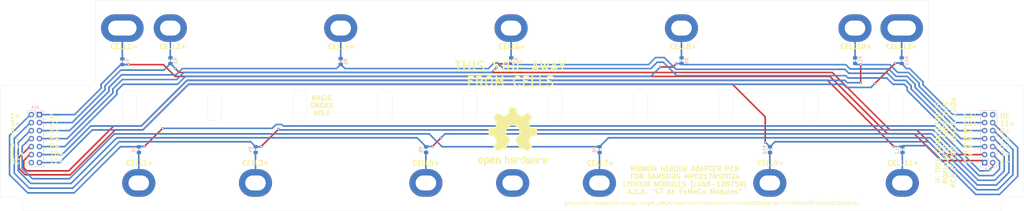
<source format=kicad_pcb>
(kicad_pcb (version 20171130) (host pcbnew "(5.1.9-0-10_14)")

  (general
    (thickness 1.6)
    (drawings 154)
    (tracks 311)
    (zones 0)
    (modules 30)
    (nets 30)
  )

  (page A4)
  (layers
    (0 F.Cu signal)
    (31 B.Cu signal)
    (32 B.Adhes user hide)
    (33 F.Adhes user hide)
    (34 B.Paste user)
    (35 F.Paste user hide)
    (36 B.SilkS user)
    (37 F.SilkS user)
    (38 B.Mask user)
    (39 F.Mask user)
    (40 Dwgs.User user)
    (41 Cmts.User user)
    (42 Eco1.User user)
    (43 Eco2.User user)
    (44 Edge.Cuts user)
    (45 Margin user)
    (46 B.CrtYd user)
    (47 F.CrtYd user)
    (48 B.Fab user)
    (49 F.Fab user)
  )

  (setup
    (last_trace_width 0.25)
    (user_trace_width 0.2)
    (user_trace_width 0.5)
    (user_trace_width 1)
    (trace_clearance 0.2)
    (zone_clearance 0.508)
    (zone_45_only no)
    (trace_min 0.2)
    (via_size 0.8)
    (via_drill 0.4)
    (via_min_size 0.4)
    (via_min_drill 0.3)
    (uvia_size 0.3)
    (uvia_drill 0.1)
    (uvias_allowed no)
    (uvia_min_size 0.2)
    (uvia_min_drill 0.1)
    (edge_width 0.05)
    (segment_width 0.2)
    (pcb_text_width 0.3)
    (pcb_text_size 1.5 1.5)
    (mod_edge_width 0.12)
    (mod_text_size 1 1)
    (mod_text_width 0.15)
    (pad_size 1.524 1.524)
    (pad_drill 0.762)
    (pad_to_mask_clearance 0)
    (aux_axis_origin 0 0)
    (visible_elements FFFFFF7F)
    (pcbplotparams
      (layerselection 0x010e4_ffffffff)
      (usegerberextensions false)
      (usegerberattributes true)
      (usegerberadvancedattributes true)
      (creategerberjobfile true)
      (excludeedgelayer true)
      (linewidth 0.100000)
      (plotframeref false)
      (viasonmask false)
      (mode 1)
      (useauxorigin false)
      (hpglpennumber 1)
      (hpglpenspeed 20)
      (hpglpendiameter 15.000000)
      (psnegative false)
      (psa4output false)
      (plotreference true)
      (plotvalue true)
      (plotinvisibletext false)
      (padsonsilk false)
      (subtractmaskfromsilk false)
      (outputformat 1)
      (mirror false)
      (drillshape 0)
      (scaleselection 1)
      (outputdirectory "../Manufacturing/Gerbers (as ordered)/"))
  )

  (net 0 "")
  (net 1 /CELL01n_CONN)
  (net 2 /CELL01p_CONN)
  (net 3 /CELL02p_CONN)
  (net 4 /CELL03p_CONN)
  (net 5 /CELL04p_CONN)
  (net 6 /CELL05p_CONN)
  (net 7 /CELL06p_CONN)
  (net 8 /CELL07p_CONN)
  (net 9 /CELL08p_CONN)
  (net 10 /CELL09p_CONN)
  (net 11 /CELL10p_CONN)
  (net 12 /CELL11p_CONN)
  (net 13 /CELL12p_CONN)
  (net 14 "Net-(J13-Pad14)")
  (net 15 "Net-(J14-Pad14)")
  (net 16 /CELL10p)
  (net 17 /CELL11p)
  (net 18 /CELL12p)
  (net 19 /CELL01n)
  (net 20 /CELL01p)
  (net 21 /CELL02p)
  (net 22 /CELL03p)
  (net 23 /CELL04p)
  (net 24 /CELL05p)
  (net 25 /CELL06p)
  (net 26 /CELL07p)
  (net 27 /CELL08p)
  (net 28 /CELL09p)
  (net 29 "Net-(J_MECH_1-Pad1)")

  (net_class Default "This is the default net class."
    (clearance 0.2)
    (trace_width 0.25)
    (via_dia 0.8)
    (via_drill 0.4)
    (uvia_dia 0.3)
    (uvia_drill 0.1)
    (add_net /CELL01n)
    (add_net /CELL01n_CONN)
    (add_net /CELL01p)
    (add_net /CELL01p_CONN)
    (add_net /CELL02p)
    (add_net /CELL02p_CONN)
    (add_net /CELL03p)
    (add_net /CELL03p_CONN)
    (add_net /CELL04p)
    (add_net /CELL04p_CONN)
    (add_net /CELL05p)
    (add_net /CELL05p_CONN)
    (add_net /CELL06p)
    (add_net /CELL06p_CONN)
    (add_net /CELL07p)
    (add_net /CELL07p_CONN)
    (add_net /CELL08p)
    (add_net /CELL08p_CONN)
    (add_net /CELL09p)
    (add_net /CELL09p_CONN)
    (add_net /CELL10p)
    (add_net /CELL10p_CONN)
    (add_net /CELL11p)
    (add_net /CELL11p_CONN)
    (add_net /CELL12p)
    (add_net /CELL12p_CONN)
    (add_net "Net-(J13-Pad14)")
    (add_net "Net-(J14-Pad14)")
    (add_net "Net-(J_MECH_1-Pad1)")
  )

  (module Symbol:OSHW-Logo2_24.3x20mm_SilkScreen (layer F.Cu) (tedit 0) (tstamp 631024EE)
    (at 194.25 116.5)
    (descr "Open Source Hardware Symbol")
    (tags "Logo Symbol OSHW")
    (attr virtual)
    (fp_text reference REF** (at 0 0) (layer F.SilkS) hide
      (effects (font (size 1 1) (thickness 0.15)))
    )
    (fp_text value OSHW-Logo2_24.3x20mm_SilkScreen (at 0.75 0) (layer F.Fab) hide
      (effects (font (size 1 1) (thickness 0.15)))
    )
    (fp_poly (pts (xy -8.046834 6.436506) (xy -7.860916 6.529204) (xy -7.69682 6.699885) (xy -7.651628 6.763107)
      (xy -7.602396 6.845834) (xy -7.570453 6.935687) (xy -7.552178 7.055608) (xy -7.543952 7.228537)
      (xy -7.542145 7.456835) (xy -7.550303 7.769693) (xy -7.578659 8.004598) (xy -7.633038 8.179847)
      (xy -7.719263 8.313738) (xy -7.843159 8.424569) (xy -7.852263 8.431131) (xy -7.974366 8.498256)
      (xy -8.1214 8.531467) (xy -8.308396 8.539655) (xy -8.612387 8.539655) (xy -8.612515 8.834762)
      (xy -8.615344 8.999117) (xy -8.632582 9.095523) (xy -8.67763 9.153343) (xy -8.763886 9.201941)
      (xy -8.784601 9.211869) (xy -8.881538 9.258398) (xy -8.956593 9.287786) (xy -9.012402 9.290324)
      (xy -9.051603 9.256302) (xy -9.076832 9.176012) (xy -9.090728 9.039743) (xy -9.095927 8.837787)
      (xy -9.095066 8.560434) (xy -9.090784 8.197976) (xy -9.089447 8.08956) (xy -9.084629 7.715837)
      (xy -9.080313 7.471369) (xy -8.612643 7.471369) (xy -8.610015 7.678877) (xy -8.598333 7.814645)
      (xy -8.571903 7.904192) (xy -8.525031 7.973039) (xy -8.493207 8.006618) (xy -8.363108 8.104869)
      (xy -8.247921 8.112866) (xy -8.129066 8.03173) (xy -8.126053 8.028736) (xy -8.077695 7.96603)
      (xy -8.048278 7.880808) (xy -8.03344 7.749564) (xy -8.028819 7.548793) (xy -8.028735 7.504314)
      (xy -8.039902 7.227639) (xy -8.076253 7.035842) (xy -8.142059 6.918757) (xy -8.241593 6.866215)
      (xy -8.299119 6.86092) (xy -8.435649 6.885767) (xy -8.529298 6.967581) (xy -8.58567 7.11727)
      (xy -8.610367 7.345743) (xy -8.612643 7.471369) (xy -9.080313 7.471369) (xy -9.079522 7.426587)
      (xy -9.072922 7.20897) (xy -9.063623 7.050146) (xy -9.050423 6.937274) (xy -9.032115 6.857513)
      (xy -9.007497 6.798023) (xy -8.975363 6.745963) (xy -8.961585 6.726373) (xy -8.778812 6.541328)
      (xy -8.547724 6.436412) (xy -8.28041 6.407163) (xy -8.046834 6.436506)) (layer F.SilkS) (width 0.01))
    (fp_poly (pts (xy -4.304284 6.462865) (xy -4.148128 6.55319) (xy -4.039559 6.642845) (xy -3.960155 6.736776)
      (xy -3.905454 6.851646) (xy -3.87099 7.004114) (xy -3.852299 7.210844) (xy -3.844919 7.488496)
      (xy -3.844061 7.688086) (xy -3.844061 8.422766) (xy -4.050862 8.515472) (xy -4.257662 8.608179)
      (xy -4.281992 7.803492) (xy -4.292045 7.502966) (xy -4.302591 7.284835) (xy -4.315657 7.134186)
      (xy -4.333271 7.036107) (xy -4.357461 6.975688) (xy -4.390254 6.938016) (xy -4.400775 6.929862)
      (xy -4.560187 6.866178) (xy -4.721321 6.891378) (xy -4.817241 6.958238) (xy -4.856259 7.005616)
      (xy -4.883267 7.067787) (xy -4.900432 7.162039) (xy -4.909918 7.305657) (xy -4.913893 7.515931)
      (xy -4.914559 7.73507) (xy -4.91469 8.009999) (xy -4.919397 8.204602) (xy -4.935154 8.335851)
      (xy -4.968433 8.420718) (xy -5.025707 8.476177) (xy -5.113447 8.519201) (xy -5.230638 8.563907)
      (xy -5.358632 8.612571) (xy -5.343396 7.74891) (xy -5.337261 7.437565) (xy -5.330082 7.207483)
      (xy -5.319795 7.042614) (xy -5.30433 6.926909) (xy -5.281621 6.844316) (xy -5.249601 6.778788)
      (xy -5.210997 6.720974) (xy -5.024747 6.536283) (xy -4.797479 6.429481) (xy -4.550291 6.403898)
      (xy -4.304284 6.462865)) (layer F.SilkS) (width 0.01))
    (fp_poly (pts (xy -9.919632 6.443358) (xy -9.691564 6.56328) (xy -9.523248 6.756278) (xy -9.463459 6.880355)
      (xy -9.416934 7.066653) (xy -9.393118 7.302045) (xy -9.39086 7.558952) (xy -9.409008 7.809799)
      (xy -9.446411 8.027009) (xy -9.501916 8.183005) (xy -9.518975 8.209871) (xy -9.72103 8.410415)
      (xy -9.961022 8.530529) (xy -10.221434 8.56568) (xy -10.484753 8.511337) (xy -10.558033 8.478756)
      (xy -10.700739 8.378353) (xy -10.825986 8.245225) (xy -10.837823 8.228341) (xy -10.885935 8.146969)
      (xy -10.917738 8.059984) (xy -10.936526 7.945475) (xy -10.945592 7.78153) (xy -10.948229 7.54624)
      (xy -10.948275 7.493487) (xy -10.948154 7.476699) (xy -10.461685 7.476699) (xy -10.458854 7.698761)
      (xy -10.447712 7.846123) (xy -10.424291 7.941308) (xy -10.384619 8.006837) (xy -10.364367 8.028736)
      (xy -10.24794 8.111953) (xy -10.134902 8.108158) (xy -10.020609 8.035973) (xy -9.952441 7.958911)
      (xy -9.91207 7.846429) (xy -9.889398 7.669055) (xy -9.887843 7.648367) (xy -9.883973 7.326911)
      (xy -9.924417 7.088167) (xy -10.008626 6.9336) (xy -10.136053 6.864678) (xy -10.18154 6.86092)
      (xy -10.300981 6.879821) (xy -10.382683 6.945306) (xy -10.432637 7.070544) (xy -10.456834 7.268704)
      (xy -10.461685 7.476699) (xy -10.948154 7.476699) (xy -10.946463 7.242765) (xy -10.938853 7.067582)
      (xy -10.922186 6.946191) (xy -10.893201 6.856847) (xy -10.84864 6.777803) (xy -10.838793 6.763107)
      (xy -10.67328 6.565011) (xy -10.49293 6.450014) (xy -10.273365 6.404365) (xy -10.198805 6.402135)
      (xy -9.919632 6.443358)) (layer F.SilkS) (width 0.01))
    (fp_poly (pts (xy -6.140747 6.474461) (xy -5.948903 6.603519) (xy -5.800648 6.789915) (xy -5.712084 7.027109)
      (xy -5.694172 7.201691) (xy -5.696206 7.274544) (xy -5.71324 7.330324) (xy -5.760064 7.380298)
      (xy -5.851473 7.435733) (xy -6.002258 7.507896) (xy -6.227213 7.608055) (xy -6.228352 7.608558)
      (xy -6.435415 7.703396) (xy -6.605212 7.787609) (xy -6.720388 7.852133) (xy -6.76359 7.8879)
      (xy -6.763601 7.888188) (xy -6.725525 7.966074) (xy -6.636484 8.051924) (xy -6.534263 8.113769)
      (xy -6.482474 8.126054) (xy -6.341184 8.083564) (xy -6.219512 7.977152) (xy -6.160145 7.860156)
      (xy -6.103033 7.773905) (xy -5.991161 7.675681) (xy -5.859654 7.590827) (xy -5.743632 7.544681)
      (xy -5.719371 7.542146) (xy -5.692062 7.583868) (xy -5.690416 7.690519) (xy -5.710486 7.834321)
      (xy -5.748322 7.987501) (xy -5.799977 8.122283) (xy -5.802586 8.127516) (xy -5.958031 8.344557)
      (xy -6.159493 8.492185) (xy -6.388288 8.564644) (xy -6.625733 8.556177) (xy -6.853146 8.461027)
      (xy -6.863257 8.454337) (xy -7.04215 8.292211) (xy -7.15978 8.080682) (xy -7.224877 7.802543)
      (xy -7.233613 7.724398) (xy -7.249086 7.355549) (xy -7.230537 7.183541) (xy -6.763601 7.183541)
      (xy -6.757534 7.290838) (xy -6.724351 7.322152) (xy -6.641623 7.298725) (xy -6.511221 7.243348)
      (xy -6.365457 7.173932) (xy -6.361834 7.172094) (xy -6.238283 7.107108) (xy -6.188697 7.06374)
      (xy -6.200925 7.018275) (xy -6.252412 6.958536) (xy -6.383399 6.872085) (xy -6.524462 6.865733)
      (xy -6.650995 6.928649) (xy -6.738392 7.050003) (xy -6.763601 7.183541) (xy -7.230537 7.183541)
      (xy -7.21726 7.060435) (xy -7.135609 6.826382) (xy -7.021939 6.662413) (xy -6.816775 6.496716)
      (xy -6.590786 6.414519) (xy -6.360075 6.409281) (xy -6.140747 6.474461)) (layer F.SilkS) (width 0.01))
    (fp_poly (pts (xy -2.092337 6.206429) (xy -2.078077 6.405313) (xy -2.061698 6.522511) (xy -2.039002 6.573632)
      (xy -2.005788 6.574286) (xy -1.995019 6.568183) (xy -1.851767 6.523997) (xy -1.665425 6.526577)
      (xy -1.475976 6.571999) (xy -1.357483 6.630759) (xy -1.235991 6.724631) (xy -1.147177 6.830865)
      (xy -1.086208 6.96585) (xy -1.04825 7.145976) (xy -1.028468 7.387633) (xy -1.02203 7.707211)
      (xy -1.021914 7.768516) (xy -1.021839 8.457147) (xy -1.175077 8.510566) (xy -1.283913 8.546908)
      (xy -1.343626 8.563828) (xy -1.345383 8.563985) (xy -1.351264 8.5181) (xy -1.356268 8.391539)
      (xy -1.360016 8.200941) (xy -1.362127 7.962948) (xy -1.362452 7.818252) (xy -1.363129 7.532955)
      (xy -1.366614 7.32848) (xy -1.375088 7.188334) (xy -1.390734 7.096023) (xy -1.415731 7.035053)
      (xy -1.452262 6.988931) (xy -1.475071 6.96672) (xy -1.631751 6.877214) (xy -1.802726 6.870511)
      (xy -1.95785 6.946208) (xy -1.986537 6.973539) (xy -2.028613 7.024929) (xy -2.057799 7.085886)
      (xy -2.076429 7.174025) (xy -2.086839 7.306961) (xy -2.091363 7.502309) (xy -2.092337 7.771652)
      (xy -2.092337 8.457147) (xy -2.245575 8.510566) (xy -2.354411 8.546908) (xy -2.414124 8.563828)
      (xy -2.415881 8.563985) (xy -2.420375 8.517414) (xy -2.424425 8.386051) (xy -2.42787 8.182422)
      (xy -2.430547 7.919054) (xy -2.432294 7.608471) (xy -2.432949 7.263201) (xy -2.43295 7.247843)
      (xy -2.43295 5.931701) (xy -2.116666 5.798289) (xy -2.092337 6.206429)) (layer F.SilkS) (width 0.01))
    (fp_poly (pts (xy 0.133241 6.540601) (xy 0.323905 6.611403) (xy 0.326086 6.612764) (xy 0.444006 6.69955)
      (xy 0.53106 6.800973) (xy 0.592286 6.933145) (xy 0.632723 7.112182) (xy 0.657409 7.354195)
      (xy 0.671382 7.675299) (xy 0.672607 7.721048) (xy 0.6902 8.410869) (xy 0.542152 8.487427)
      (xy 0.43503 8.539163) (xy 0.370351 8.563678) (xy 0.367359 8.563985) (xy 0.356166 8.518751)
      (xy 0.347275 8.396736) (xy 0.341806 8.218468) (xy 0.340613 8.074116) (xy 0.340586 7.840271)
      (xy 0.329896 7.693419) (xy 0.292633 7.623376) (xy 0.212888 7.619958) (xy 0.074749 7.672983)
      (xy -0.133812 7.770454) (xy -0.287171 7.851409) (xy -0.366048 7.921644) (xy -0.389236 7.998194)
      (xy -0.389272 8.001982) (xy -0.351007 8.133852) (xy -0.237717 8.205091) (xy -0.064336 8.21541)
      (xy 0.06055 8.21362) (xy 0.126399 8.249589) (xy 0.167464 8.335985) (xy 0.191099 8.446054)
      (xy 0.157039 8.508508) (xy 0.144214 8.517446) (xy 0.023472 8.553343) (xy -0.145612 8.558426)
      (xy -0.319739 8.534631) (xy -0.443124 8.491147) (xy -0.613713 8.346309) (xy -0.710681 8.144694)
      (xy -0.729885 7.98718) (xy -0.71523 7.845104) (xy -0.662199 7.729127) (xy -0.557194 7.626121)
      (xy -0.386614 7.522954) (xy -0.136862 7.406496) (xy -0.121647 7.399914) (xy 0.103329 7.295981)
      (xy 0.242157 7.210743) (xy 0.301662 7.134147) (xy 0.288672 7.056139) (xy 0.210012 6.966664)
      (xy 0.18649 6.946073) (xy 0.028933 6.866236) (xy -0.134323 6.869597) (xy -0.276505 6.947874)
      (xy -0.37084 7.092781) (xy -0.379605 7.121224) (xy -0.464962 7.259174) (xy -0.573271 7.32562)
      (xy -0.729885 7.391471) (xy -0.729885 7.221097) (xy -0.682244 6.973454) (xy -0.540841 6.746307)
      (xy -0.467258 6.670318) (xy -0.299991 6.57279) (xy -0.087274 6.52864) (xy 0.133241 6.540601)) (layer F.SilkS) (width 0.01))
    (fp_poly (pts (xy 1.776572 6.536534) (xy 1.997609 6.618099) (xy 2.176683 6.762366) (xy 2.24672 6.86392)
      (xy 2.323071 7.050268) (xy 2.321485 7.18501) (xy 2.241347 7.275631) (xy 2.211696 7.29104)
      (xy 2.083674 7.339084) (xy 2.018294 7.326776) (xy 1.996148 7.246098) (xy 1.99502 7.201533)
      (xy 1.954477 7.037581) (xy 1.848802 6.922891) (xy 1.701924 6.867497) (xy 1.537773 6.881435)
      (xy 1.404337 6.953827) (xy 1.359269 6.99512) (xy 1.327323 7.045216) (xy 1.305744 7.120942)
      (xy 1.291773 7.239128) (xy 1.282655 7.4166) (xy 1.275631 7.670186) (xy 1.273812 7.750479)
      (xy 1.267178 8.025158) (xy 1.259636 8.218481) (xy 1.248325 8.346388) (xy 1.230385 8.424822)
      (xy 1.202955 8.469725) (xy 1.163177 8.497038) (xy 1.13771 8.509105) (xy 1.029556 8.550367)
      (xy 0.96589 8.563985) (xy 0.944854 8.518505) (xy 0.932013 8.381006) (xy 0.9273 8.149902)
      (xy 0.930644 7.823604) (xy 0.931686 7.773276) (xy 0.939035 7.475581) (xy 0.947726 7.258205)
      (xy 0.960092 7.104153) (xy 0.97847 6.99643) (xy 1.005195 6.918042) (xy 1.042602 6.851994)
      (xy 1.06217 6.823691) (xy 1.174366 6.698467) (xy 1.29985 6.601063) (xy 1.315213 6.592561)
      (xy 1.540223 6.525433) (xy 1.776572 6.536534)) (layer F.SilkS) (width 0.01))
    (fp_poly (pts (xy 3.989857 6.924093) (xy 3.989239 7.287769) (xy 3.986847 7.567532) (xy 3.981671 7.776784)
      (xy 3.972704 7.928926) (xy 3.958936 8.037359) (xy 3.939361 8.115485) (xy 3.912968 8.176707)
      (xy 3.892984 8.211652) (xy 3.727483 8.401157) (xy 3.517648 8.519942) (xy 3.285486 8.562564)
      (xy 3.053008 8.523583) (xy 2.914572 8.453532) (xy 2.769242 8.332353) (xy 2.670195 8.184354)
      (xy 2.610435 7.990534) (xy 2.582969 7.731892) (xy 2.579079 7.542146) (xy 2.579603 7.52851)
      (xy 2.919541 7.52851) (xy 2.921617 7.746096) (xy 2.93113 7.890134) (xy 2.953008 7.984364)
      (xy 2.992176 8.052523) (xy 3.038976 8.103936) (xy 3.196146 8.203175) (xy 3.3649 8.211653)
      (xy 3.524393 8.128799) (xy 3.536807 8.117572) (xy 3.589791 8.059171) (xy 3.623014 7.989686)
      (xy 3.641 7.88627) (xy 3.648275 7.726073) (xy 3.649426 7.548965) (xy 3.646932 7.326467)
      (xy 3.636608 7.178037) (xy 3.614191 7.080489) (xy 3.575418 7.010637) (xy 3.543626 6.973539)
      (xy 3.395939 6.879975) (xy 3.225846 6.868725) (xy 3.063492 6.94019) (xy 3.03216 6.96672)
      (xy 2.978822 7.025636) (xy 2.945531 7.095837) (xy 2.927656 7.200418) (xy 2.920566 7.362479)
      (xy 2.919541 7.52851) (xy 2.579603 7.52851) (xy 2.59084 7.236579) (xy 2.630787 7.006993)
      (xy 2.705913 6.834387) (xy 2.823214 6.69976) (xy 2.914572 6.630759) (xy 3.080627 6.556214)
      (xy 3.273092 6.521613) (xy 3.451999 6.530875) (xy 3.552108 6.568238) (xy 3.591393 6.578872)
      (xy 3.617461 6.539225) (xy 3.635658 6.432981) (xy 3.649426 6.271145) (xy 3.664499 6.090902)
      (xy 3.685436 5.982458) (xy 3.723532 5.920446) (xy 3.790085 5.879499) (xy 3.831897 5.861366)
      (xy 3.990039 5.79512) (xy 3.989857 6.924093)) (layer F.SilkS) (width 0.01))
    (fp_poly (pts (xy 5.966873 6.5664) (xy 5.974299 6.694422) (xy 5.980118 6.888985) (xy 5.983859 7.134702)
      (xy 5.985058 7.392426) (xy 5.985058 8.264545) (xy 5.831075 8.418528) (xy 5.724963 8.513412)
      (xy 5.631816 8.551845) (xy 5.504504 8.549413) (xy 5.453968 8.543223) (xy 5.296017 8.52521)
      (xy 5.165371 8.514888) (xy 5.133525 8.513935) (xy 5.026166 8.520171) (xy 4.872619 8.535824)
      (xy 4.813083 8.543223) (xy 4.666857 8.554668) (xy 4.568589 8.529808) (xy 4.47115 8.453058)
      (xy 4.435976 8.418528) (xy 4.281993 8.264545) (xy 4.281993 6.633246) (xy 4.40593 6.576776)
      (xy 4.51265 6.53495) (xy 4.575087 6.520307) (xy 4.591096 6.566583) (xy 4.606058 6.695884)
      (xy 4.618978 6.893914) (xy 4.628857 7.14638) (xy 4.633622 7.359675) (xy 4.646935 8.199042)
      (xy 4.76308 8.215464) (xy 4.868716 8.203982) (xy 4.920477 8.166805) (xy 4.934945 8.097298)
      (xy 4.947298 7.94924) (xy 4.956552 7.741391) (xy 4.961728 7.492512) (xy 4.962474 7.364435)
      (xy 4.963219 6.627145) (xy 5.116457 6.573726) (xy 5.224916 6.537406) (xy 5.283913 6.520468)
      (xy 5.285614 6.520307) (xy 5.291533 6.566349) (xy 5.298039 6.694018) (xy 5.304586 6.887632)
      (xy 5.310627 7.131507) (xy 5.314848 7.359675) (xy 5.328161 8.199042) (xy 5.620115 8.199042)
      (xy 5.633513 7.433275) (xy 5.64691 6.667508) (xy 5.789238 6.593908) (xy 5.894322 6.543366)
      (xy 5.956517 6.520431) (xy 5.958312 6.520307) (xy 5.966873 6.5664)) (layer F.SilkS) (width 0.01))
    (fp_poly (pts (xy 7.190678 6.558594) (xy 7.330782 6.622323) (xy 7.44075 6.699543) (xy 7.521324 6.785887)
      (xy 7.576954 6.897272) (xy 7.612089 7.049616) (xy 7.631179 7.258835) (xy 7.638672 7.540846)
      (xy 7.639464 7.726555) (xy 7.639464 8.451046) (xy 7.515527 8.507515) (xy 7.41791 8.548787)
      (xy 7.36955 8.563985) (xy 7.360298 8.518762) (xy 7.352958 8.396824) (xy 7.348464 8.218772)
      (xy 7.34751 8.077395) (xy 7.34341 7.873146) (xy 7.332354 7.711113) (xy 7.316211 7.611891)
      (xy 7.303387 7.590805) (xy 7.217186 7.612338) (xy 7.081862 7.667566) (xy 6.92517 7.742436)
      (xy 6.774863 7.822892) (xy 6.658693 7.89488) (xy 6.604413 7.944346) (xy 6.604198 7.944881)
      (xy 6.608867 8.036428) (xy 6.650732 8.12382) (xy 6.724235 8.194802) (xy 6.831516 8.218543)
      (xy 6.923202 8.215777) (xy 7.053058 8.213741) (xy 7.121221 8.244164) (xy 7.162159 8.324543)
      (xy 7.167321 8.3397) (xy 7.185067 8.454331) (xy 7.137609 8.523934) (xy 7.013907 8.557105)
      (xy 6.880281 8.56324) (xy 6.639817 8.517763) (xy 6.515338 8.452817) (xy 6.361605 8.300246)
      (xy 6.280073 8.112971) (xy 6.272756 7.915085) (xy 6.341669 7.730685) (xy 6.445328 7.615134)
      (xy 6.548823 7.550442) (xy 6.711492 7.468542) (xy 6.901054 7.385486) (xy 6.93265 7.372795)
      (xy 7.140869 7.280908) (xy 7.260898 7.199923) (xy 7.299501 7.119413) (xy 7.26344 7.02895)
      (xy 7.201533 6.958238) (xy 7.055213 6.87117) (xy 6.894217 6.86464) (xy 6.746573 6.931735)
      (xy 6.64031 7.065544) (xy 6.626362 7.100067) (xy 6.54516 7.227042) (xy 6.426608 7.321309)
      (xy 6.277012 7.398668) (xy 6.277012 7.179307) (xy 6.285817 7.04528) (xy 6.32357 6.939644)
      (xy 6.407279 6.826939) (xy 6.487636 6.740127) (xy 6.612591 6.617204) (xy 6.709677 6.551171)
      (xy 6.813954 6.524684) (xy 6.931989 6.520307) (xy 7.190678 6.558594)) (layer F.SilkS) (width 0.01))
    (fp_poly (pts (xy 8.892816 6.566697) (xy 8.950976 6.592116) (xy 9.089795 6.702059) (xy 9.208505 6.86103)
      (xy 9.281921 7.030677) (xy 9.29387 7.114313) (xy 9.253809 7.231078) (xy 9.165935 7.292862)
      (xy 9.071718 7.330273) (xy 9.028577 7.337167) (xy 9.007571 7.287138) (xy 8.96609 7.178269)
      (xy 8.947892 7.129076) (xy 8.845848 6.958913) (xy 8.698103 6.874038) (xy 8.508655 6.876648)
      (xy 8.494623 6.879991) (xy 8.393481 6.927945) (xy 8.319124 7.021432) (xy 8.268338 7.171939)
      (xy 8.237908 7.390951) (xy 8.224618 7.689956) (xy 8.223372 7.849056) (xy 8.222754 8.099855)
      (xy 8.218705 8.270825) (xy 8.207933 8.379454) (xy 8.187147 8.44323) (xy 8.153055 8.479643)
      (xy 8.102365 8.506179) (xy 8.099435 8.507515) (xy 8.001818 8.548787) (xy 7.953458 8.563985)
      (xy 7.946027 8.518037) (xy 7.939666 8.391034) (xy 7.934832 8.199235) (xy 7.931985 7.958902)
      (xy 7.931418 7.783024) (xy 7.934313 7.442688) (xy 7.945637 7.184495) (xy 7.969346 6.993374)
      (xy 8.009397 6.854253) (xy 8.069747 6.75206) (xy 8.154353 6.671724) (xy 8.237899 6.615655)
      (xy 8.438791 6.541032) (xy 8.672596 6.524202) (xy 8.892816 6.566697)) (layer F.SilkS) (width 0.01))
    (fp_poly (pts (xy 10.572399 6.594233) (xy 10.764917 6.720057) (xy 10.857774 6.832696) (xy 10.93134 7.037092)
      (xy 10.937183 7.19883) (xy 10.923947 7.415094) (xy 10.425192 7.633398) (xy 10.182685 7.74493)
      (xy 10.024229 7.83465) (xy 9.941836 7.912361) (xy 9.927518 7.987867) (xy 9.973287 8.070971)
      (xy 10.023755 8.126054) (xy 10.170605 8.214389) (xy 10.330328 8.220579) (xy 10.47702 8.151735)
      (xy 10.584781 8.014972) (xy 10.604055 7.96668) (xy 10.696376 7.815848) (xy 10.802588 7.751567)
      (xy 10.948276 7.696576) (xy 10.948276 7.905057) (xy 10.935396 8.046926) (xy 10.884943 8.166563)
      (xy 10.779197 8.303927) (xy 10.76348 8.321777) (xy 10.645855 8.443986) (xy 10.544746 8.50957)
      (xy 10.41825 8.539742) (xy 10.313384 8.549623) (xy 10.125811 8.552085) (xy 9.992284 8.520892)
      (xy 9.908983 8.474579) (xy 9.778063 8.372735) (xy 9.687439 8.262591) (xy 9.630087 8.124069)
      (xy 9.59898 7.93709) (xy 9.587094 7.681577) (xy 9.586145 7.551894) (xy 9.589371 7.396421)
      (xy 9.883166 7.396421) (xy 9.886573 7.479827) (xy 9.895066 7.493487) (xy 9.95111 7.474931)
      (xy 10.071718 7.425822) (xy 10.232913 7.356002) (xy 10.266622 7.340995) (xy 10.470339 7.237404)
      (xy 10.582579 7.146359) (xy 10.607247 7.061081) (xy 10.548245 6.974794) (xy 10.499518 6.936667)
      (xy 10.323694 6.860417) (xy 10.159127 6.873014) (xy 10.021354 6.966086) (xy 9.925913 7.131256)
      (xy 9.895314 7.262357) (xy 9.883166 7.396421) (xy 9.589371 7.396421) (xy 9.592432 7.248919)
      (xy 9.615599 7.024756) (xy 9.66149 6.861526) (xy 9.735954 6.741352) (xy 9.844836 6.646355)
      (xy 9.892305 6.615655) (xy 10.107938 6.535703) (xy 10.344021 6.530672) (xy 10.572399 6.594233)) (layer F.SilkS) (width 0.01))
    (fp_poly (pts (xy 0.348357 -9.245003) (xy 0.611677 -9.243561) (xy 0.802246 -9.239658) (xy 0.932345 -9.232063)
      (xy 1.014257 -9.21955) (xy 1.060266 -9.200889) (xy 1.082653 -9.174852) (xy 1.093702 -9.140212)
      (xy 1.094776 -9.135728) (xy 1.111559 -9.054811) (xy 1.142625 -8.895158) (xy 1.184742 -8.673762)
      (xy 1.234679 -8.407615) (xy 1.289203 -8.11371) (xy 1.291107 -8.103388) (xy 1.345723 -7.815364)
      (xy 1.396822 -7.560885) (xy 1.441106 -7.355215) (xy 1.475279 -7.213615) (xy 1.496043 -7.15135)
      (xy 1.497033 -7.150247) (xy 1.558199 -7.119841) (xy 1.68431 -7.069172) (xy 1.848131 -7.009178)
      (xy 1.849043 -7.008858) (xy 2.055388 -6.931296) (xy 2.29866 -6.832493) (xy 2.527969 -6.733152)
      (xy 2.538822 -6.72824) (xy 2.912317 -6.558724) (xy 3.739365 -7.123505) (xy 3.993077 -7.29568)
      (xy 4.222902 -7.449605) (xy 4.415525 -7.576526) (xy 4.557632 -7.667691) (xy 4.635907 -7.714345)
      (xy 4.64334 -7.717805) (xy 4.700224 -7.7024) (xy 4.806469 -7.628073) (xy 4.966219 -7.491319)
      (xy 5.183616 -7.288632) (xy 5.405548 -7.072992) (xy 5.619491 -6.860497) (xy 5.810969 -6.66659)
      (xy 5.968455 -6.503246) (xy 6.080422 -6.382439) (xy 6.135343 -6.316145) (xy 6.137386 -6.312732)
      (xy 6.143458 -6.267239) (xy 6.120584 -6.192944) (xy 6.063115 -6.079814) (xy 5.965399 -5.917815)
      (xy 5.821784 -5.696914) (xy 5.630333 -5.41254) (xy 5.460423 -5.162241) (xy 5.308538 -4.93775)
      (xy 5.183455 -4.7521) (xy 5.093949 -4.618325) (xy 5.0488 -4.549458) (xy 5.045958 -4.544782)
      (xy 5.05147 -4.478799) (xy 5.093255 -4.350552) (xy 5.162997 -4.18428) (xy 5.187854 -4.131181)
      (xy 5.296311 -3.894623) (xy 5.41202 -3.626211) (xy 5.506015 -3.393965) (xy 5.573745 -3.221593)
      (xy 5.627543 -3.090597) (xy 5.658631 -3.022133) (xy 5.662496 -3.016858) (xy 5.719671 -3.00812)
      (xy 5.854448 -2.984177) (xy 6.048906 -2.948438) (xy 6.285125 -2.904311) (xy 6.545184 -2.855205)
      (xy 6.811163 -2.804528) (xy 7.065143 -2.755687) (xy 7.289201 -2.712091) (xy 7.46542 -2.677149)
      (xy 7.575877 -2.654268) (xy 7.60297 -2.647799) (xy 7.630956 -2.631833) (xy 7.652081 -2.595773)
      (xy 7.667297 -2.527448) (xy 7.677553 -2.414685) (xy 7.6838 -2.245314) (xy 7.686988 -2.007162)
      (xy 7.688067 -1.688058) (xy 7.688123 -1.557259) (xy 7.688123 -0.493489) (xy 7.432663 -0.443067)
      (xy 7.290537 -0.415727) (xy 7.07845 -0.375818) (xy 6.822193 -0.328155) (xy 6.547558 -0.277554)
      (xy 6.471648 -0.263656) (xy 6.218221 -0.214383) (xy 5.997447 -0.16593) (xy 5.827857 -0.122785)
      (xy 5.72798 -0.089437) (xy 5.711343 -0.079498) (xy 5.670489 -0.009109) (xy 5.611913 0.127283)
      (xy 5.546955 0.302805) (xy 5.534071 0.340613) (xy 5.448934 0.57503) (xy 5.343256 0.839524)
      (xy 5.23984 1.077041) (xy 5.23933 1.078144) (xy 5.067112 1.450733) (xy 5.633524 2.283893)
      (xy 6.199935 3.117053) (xy 5.472702 3.8455) (xy 5.252748 4.062302) (xy 5.052132 4.253414)
      (xy 4.882122 4.408636) (xy 4.753985 4.517764) (xy 4.678989 4.570595) (xy 4.668231 4.573947)
      (xy 4.605067 4.547549) (xy 4.47618 4.47416) (xy 4.295649 4.362484) (xy 4.077554 4.221224)
      (xy 3.841754 4.063027) (xy 3.602436 3.901664) (xy 3.389059 3.761252) (xy 3.215175 3.650431)
      (xy 3.094334 3.577838) (xy 3.040263 3.552108) (xy 2.974294 3.57388) (xy 2.849198 3.631251)
      (xy 2.69078 3.7123) (xy 2.673987 3.721309) (xy 2.460652 3.8283) (xy 2.314364 3.880772)
      (xy 2.22338 3.88133) (xy 2.175959 3.83258) (xy 2.175683 3.831897) (xy 2.15198 3.774164)
      (xy 2.095449 3.637115) (xy 2.010474 3.431357) (xy 1.901438 3.167498) (xy 1.772724 2.856144)
      (xy 1.628715 2.507904) (xy 1.489251 2.170744) (xy 1.33598 1.798666) (xy 1.195251 1.453987)
      (xy 1.071282 1.147271) (xy 0.968291 0.889085) (xy 0.890496 0.689994) (xy 0.842114 0.560565)
      (xy 0.827204 0.512261) (xy 0.864594 0.45685) (xy 0.962398 0.368538) (xy 1.092815 0.271174)
      (xy 1.464223 -0.036747) (xy 1.75453 -0.389696) (xy 1.960256 -0.780239) (xy 2.077923 -1.200943)
      (xy 2.104051 -1.644371) (xy 2.08506 -1.849042) (xy 1.981583 -2.273677) (xy 1.803373 -2.648664)
      (xy 1.561482 -2.970304) (xy 1.266963 -3.234899) (xy 0.930871 -3.43875) (xy 0.564258 -3.578158)
      (xy 0.178177 -3.649426) (xy -0.216319 -3.648855) (xy -0.608175 -3.572746) (xy -0.98634 -3.417401)
      (xy -1.33976 -3.179121) (xy -1.487273 -3.044361) (xy -1.770184 -2.698321) (xy -1.967168 -2.320174)
      (xy -2.079536 -1.920945) (xy -2.108599 -1.511655) (xy -2.055669 -1.103328) (xy -1.922057 -0.706987)
      (xy -1.709075 -0.333655) (xy -1.418034 0.005645) (xy -1.092814 0.271174) (xy -0.957348 0.372671)
      (xy -0.861651 0.460025) (xy -0.827203 0.512343) (xy -0.84524 0.569398) (xy -0.896538 0.705698)
      (xy -0.976876 0.910678) (xy -1.082036 1.173772) (xy -1.207796 1.484416) (xy -1.349937 1.832043)
      (xy -1.489635 2.170826) (xy -1.643759 2.543222) (xy -1.786518 2.888307) (xy -1.913529 3.195477)
      (xy -2.020411 3.454125) (xy -2.10278 3.653647) (xy -2.156253 3.783435) (xy -2.176067 3.831897)
      (xy -2.222876 3.881129) (xy -2.313417 3.880985) (xy -2.459342 3.828877) (xy -2.672302 3.722216)
      (xy -2.673986 3.721309) (xy -2.83433 3.638536) (xy -2.963948 3.578242) (xy -3.037037 3.552346)
      (xy -3.040263 3.552108) (xy -3.095284 3.578374) (xy -3.216757 3.651416) (xy -3.391129 3.762595)
      (xy -3.60485 3.903273) (xy -3.841753 4.063027) (xy -4.082945 4.224779) (xy -4.300326 4.36545)
      (xy -4.479816 4.476335) (xy -4.607336 4.54873) (xy -4.66823 4.573947) (xy -4.724303 4.540803)
      (xy -4.83704 4.448173) (xy -4.995177 4.306257) (xy -5.187449 4.125255) (xy -5.402591 3.915369)
      (xy -5.472952 3.845249) (xy -6.200434 3.116552) (xy -5.646705 2.3039) (xy -5.478423 2.054342)
      (xy -5.330729 1.830366) (xy -5.21191 1.644949) (xy -5.13025 1.511065) (xy -5.094036 1.44169)
      (xy -5.092975 1.436755) (xy -5.112067 1.371364) (xy -5.163418 1.239825) (xy -5.23814 1.064181)
      (xy -5.290588 0.946591) (xy -5.388654 0.721461) (xy -5.481007 0.494015) (xy -5.552606 0.301839)
      (xy -5.572056 0.243295) (xy -5.627314 0.086956) (xy -5.681331 -0.033842) (xy -5.711001 -0.079498)
      (xy -5.776476 -0.107439) (xy -5.919376 -0.147049) (xy -6.121161 -0.193838) (xy -6.363288 -0.243317)
      (xy -6.471647 -0.263656) (xy -6.746811 -0.314219) (xy -7.010746 -0.363178) (xy -7.237659 -0.405719)
      (xy -7.401761 -0.437025) (xy -7.432662 -0.443067) (xy -7.688122 -0.493489) (xy -7.688122 -1.557259)
      (xy -7.687548 -1.90705) (xy -7.685193 -2.1717) (xy -7.680107 -2.363378) (xy -7.671339 -2.494256)
      (xy -7.657938 -2.576507) (xy -7.638954 -2.622302) (xy -7.613438 -2.643812) (xy -7.602969 -2.647799)
      (xy -7.539826 -2.661944) (xy -7.400325 -2.690166) (xy -7.202389 -2.729057) (xy -6.963935 -2.775208)
      (xy -6.702886 -2.825212) (xy -6.437161 -2.875659) (xy -6.184681 -2.923142) (xy -5.963365 -2.964252)
      (xy -5.791134 -2.995581) (xy -5.685908 -3.013722) (xy -5.662495 -3.016858) (xy -5.641284 -3.058827)
      (xy -5.594332 -3.17063) (xy -5.530419 -3.331112) (xy -5.506014 -3.393965) (xy -5.40758 -3.636797)
      (xy -5.291666 -3.905082) (xy -5.187853 -4.131181) (xy -5.111465 -4.304065) (xy -5.060644 -4.446123)
      (xy -5.043679 -4.533122) (xy -5.046384 -4.544782) (xy -5.082239 -4.59983) (xy -5.164108 -4.722261)
      (xy -5.283205 -4.899038) (xy -5.430742 -5.117123) (xy -5.597931 -5.36348) (xy -5.63099 -5.412109)
      (xy -5.82498 -5.700227) (xy -5.967579 -5.919623) (xy -6.064473 -6.080398) (xy -6.121346 -6.192654)
      (xy -6.143884 -6.26649) (xy -6.137772 -6.31201) (xy -6.137616 -6.3123) (xy -6.089511 -6.37209)
      (xy -5.983111 -6.487681) (xy -5.829948 -6.647091) (xy -5.641555 -6.838335) (xy -5.429465 -7.049432)
      (xy -5.405547 -7.072992) (xy -5.138262 -7.331828) (xy -4.931992 -7.521883) (xy -4.782592 -7.646663)
      (xy -4.68592 -7.709673) (xy -4.643339 -7.717805) (xy -4.581196 -7.682328) (xy -4.452237 -7.600377)
      (xy -4.269778 -7.480708) (xy -4.047133 -7.332074) (xy -3.797616 -7.163228) (xy -3.739364 -7.123505)
      (xy -2.912316 -6.558724) (xy -2.538821 -6.72824) (xy -2.311684 -6.827029) (xy -2.067872 -6.926383)
      (xy -1.858275 -7.005599) (xy -1.849042 -7.008858) (xy -1.685095 -7.068871) (xy -1.558715 -7.119618)
      (xy -1.497137 -7.150159) (xy -1.497032 -7.150247) (xy -1.477493 -7.205452) (xy -1.444279 -7.341221)
      (xy -1.400687 -7.542291) (xy -1.350016 -7.793401) (xy -1.295561 -8.079287) (xy -1.291106 -8.103388)
      (xy -1.236482 -8.397941) (xy -1.186336 -8.665316) (xy -1.143898 -8.88852) (xy -1.112402 -9.050561)
      (xy -1.095077 -9.134447) (xy -1.094775 -9.135728) (xy -1.084232 -9.171412) (xy -1.063731 -9.198354)
      (xy -1.020989 -9.217782) (xy -0.943724 -9.230925) (xy -0.819652 -9.239011) (xy -0.636491 -9.243268)
      (xy -0.381958 -9.244925) (xy -0.043769 -9.24521) (xy 0 -9.24521) (xy 0.348357 -9.245003)) (layer F.SilkS) (width 0.01))
  )

  (module Resistor_SMD:R_0805_2012Metric (layer B.Cu) (tedit 5F68FEEE) (tstamp 630311F3)
    (at 75.75 120.5 270)
    (descr "Resistor SMD 0805 (2012 Metric), square (rectangular) end terminal, IPC_7351 nominal, (Body size source: IPC-SM-782 page 72, https://www.pcb-3d.com/wordpress/wp-content/uploads/ipc-sm-782a_amendment_1_and_2.pdf), generated with kicad-footprint-generator")
    (tags resistor)
    (path /63052599)
    (attr smd)
    (fp_text reference R2 (at 0 1.65 90) (layer B.SilkS)
      (effects (font (size 1 1) (thickness 0.15)) (justify mirror))
    )
    (fp_text value 20 (at 0 -1.65 90) (layer B.Fab)
      (effects (font (size 1 1) (thickness 0.15)) (justify mirror))
    )
    (fp_line (start -1 -0.625) (end -1 0.625) (layer B.Fab) (width 0.1))
    (fp_line (start -1 0.625) (end 1 0.625) (layer B.Fab) (width 0.1))
    (fp_line (start 1 0.625) (end 1 -0.625) (layer B.Fab) (width 0.1))
    (fp_line (start 1 -0.625) (end -1 -0.625) (layer B.Fab) (width 0.1))
    (fp_line (start -0.227064 0.735) (end 0.227064 0.735) (layer B.SilkS) (width 0.12))
    (fp_line (start -0.227064 -0.735) (end 0.227064 -0.735) (layer B.SilkS) (width 0.12))
    (fp_line (start -1.68 -0.95) (end -1.68 0.95) (layer B.CrtYd) (width 0.05))
    (fp_line (start -1.68 0.95) (end 1.68 0.95) (layer B.CrtYd) (width 0.05))
    (fp_line (start 1.68 0.95) (end 1.68 -0.95) (layer B.CrtYd) (width 0.05))
    (fp_line (start 1.68 -0.95) (end -1.68 -0.95) (layer B.CrtYd) (width 0.05))
    (fp_text user %R (at 0 0 90) (layer B.Fab)
      (effects (font (size 0.5 0.5) (thickness 0.08)) (justify mirror))
    )
    (pad 2 smd roundrect (at 0.9125 0 270) (size 1.025 1.4) (layers B.Cu B.Paste B.Mask) (roundrect_rratio 0.2439004878048781)
      (net 20 /CELL01p))
    (pad 1 smd roundrect (at -0.9125 0 270) (size 1.025 1.4) (layers B.Cu B.Paste B.Mask) (roundrect_rratio 0.2439004878048781)
      (net 2 /CELL01p_CONN))
    (model ${KISYS3DMOD}/Resistor_SMD.3dshapes/R_0805_2012Metric.wrl
      (at (xyz 0 0 0))
      (scale (xyz 1 1 1))
      (rotate (xyz 0 0 0))
    )
  )

  (module Resistor_SMD:R_0805_2012Metric (layer B.Cu) (tedit 5F68FEEE) (tstamp 63030040)
    (at 70.5 92.5875 90)
    (descr "Resistor SMD 0805 (2012 Metric), square (rectangular) end terminal, IPC_7351 nominal, (Body size source: IPC-SM-782 page 72, https://www.pcb-3d.com/wordpress/wp-content/uploads/ipc-sm-782a_amendment_1_and_2.pdf), generated with kicad-footprint-generator")
    (tags resistor)
    (path /630334F3)
    (attr smd)
    (fp_text reference R1 (at 0 1.65 270) (layer B.SilkS)
      (effects (font (size 1 1) (thickness 0.15)) (justify mirror))
    )
    (fp_text value 20 (at 0 -1.65 270) (layer B.Fab)
      (effects (font (size 1 1) (thickness 0.15)) (justify mirror))
    )
    (fp_line (start 1.68 -0.95) (end -1.68 -0.95) (layer B.CrtYd) (width 0.05))
    (fp_line (start 1.68 0.95) (end 1.68 -0.95) (layer B.CrtYd) (width 0.05))
    (fp_line (start -1.68 0.95) (end 1.68 0.95) (layer B.CrtYd) (width 0.05))
    (fp_line (start -1.68 -0.95) (end -1.68 0.95) (layer B.CrtYd) (width 0.05))
    (fp_line (start -0.227064 -0.735) (end 0.227064 -0.735) (layer B.SilkS) (width 0.12))
    (fp_line (start -0.227064 0.735) (end 0.227064 0.735) (layer B.SilkS) (width 0.12))
    (fp_line (start 1 -0.625) (end -1 -0.625) (layer B.Fab) (width 0.1))
    (fp_line (start 1 0.625) (end 1 -0.625) (layer B.Fab) (width 0.1))
    (fp_line (start -1 0.625) (end 1 0.625) (layer B.Fab) (width 0.1))
    (fp_line (start -1 -0.625) (end -1 0.625) (layer B.Fab) (width 0.1))
    (fp_text user %R (at 0 0 270) (layer B.Fab)
      (effects (font (size 0.5 0.5) (thickness 0.08)) (justify mirror))
    )
    (pad 1 smd roundrect (at -0.9125 0 90) (size 1.025 1.4) (layers B.Cu B.Paste B.Mask) (roundrect_rratio 0.2439004878048781)
      (net 1 /CELL01n_CONN))
    (pad 2 smd roundrect (at 0.9125 0 90) (size 1.025 1.4) (layers B.Cu B.Paste B.Mask) (roundrect_rratio 0.2439004878048781)
      (net 19 /CELL01n))
    (model ${KISYS3DMOD}/Resistor_SMD.3dshapes/R_0805_2012Metric.wrl
      (at (xyz 0 0 0))
      (scale (xyz 1 1 1))
      (rotate (xyz 0 0 0))
    )
  )

  (module Resistor_SMD:R_0805_2012Metric (layer B.Cu) (tedit 5F68FEEE) (tstamp 6303094A)
    (at 85.75 92.25 90)
    (descr "Resistor SMD 0805 (2012 Metric), square (rectangular) end terminal, IPC_7351 nominal, (Body size source: IPC-SM-782 page 72, https://www.pcb-3d.com/wordpress/wp-content/uploads/ipc-sm-782a_amendment_1_and_2.pdf), generated with kicad-footprint-generator")
    (tags resistor)
    (path /6305384A)
    (attr smd)
    (fp_text reference R3 (at 0 1.65 90) (layer B.SilkS)
      (effects (font (size 1 1) (thickness 0.15)) (justify mirror))
    )
    (fp_text value 20 (at 0 -1.65 90) (layer B.Fab)
      (effects (font (size 1 1) (thickness 0.15)) (justify mirror))
    )
    (fp_line (start 1.68 -0.95) (end -1.68 -0.95) (layer B.CrtYd) (width 0.05))
    (fp_line (start 1.68 0.95) (end 1.68 -0.95) (layer B.CrtYd) (width 0.05))
    (fp_line (start -1.68 0.95) (end 1.68 0.95) (layer B.CrtYd) (width 0.05))
    (fp_line (start -1.68 -0.95) (end -1.68 0.95) (layer B.CrtYd) (width 0.05))
    (fp_line (start -0.227064 -0.735) (end 0.227064 -0.735) (layer B.SilkS) (width 0.12))
    (fp_line (start -0.227064 0.735) (end 0.227064 0.735) (layer B.SilkS) (width 0.12))
    (fp_line (start 1 -0.625) (end -1 -0.625) (layer B.Fab) (width 0.1))
    (fp_line (start 1 0.625) (end 1 -0.625) (layer B.Fab) (width 0.1))
    (fp_line (start -1 0.625) (end 1 0.625) (layer B.Fab) (width 0.1))
    (fp_line (start -1 -0.625) (end -1 0.625) (layer B.Fab) (width 0.1))
    (fp_text user %R (at 0 0 90) (layer F.Fab)
      (effects (font (size 0.5 0.5) (thickness 0.08)))
    )
    (pad 1 smd roundrect (at -0.9125 0 90) (size 1.025 1.4) (layers B.Cu B.Paste B.Mask) (roundrect_rratio 0.2439004878048781)
      (net 3 /CELL02p_CONN))
    (pad 2 smd roundrect (at 0.9125 0 90) (size 1.025 1.4) (layers B.Cu B.Paste B.Mask) (roundrect_rratio 0.2439004878048781)
      (net 21 /CELL02p))
    (model ${KISYS3DMOD}/Resistor_SMD.3dshapes/R_0805_2012Metric.wrl
      (at (xyz 0 0 0))
      (scale (xyz 1 1 1))
      (rotate (xyz 0 0 0))
    )
  )

  (module Resistor_SMD:R_0805_2012Metric (layer B.Cu) (tedit 5F68FEEE) (tstamp 63030073)
    (at 112.75 120.5 270)
    (descr "Resistor SMD 0805 (2012 Metric), square (rectangular) end terminal, IPC_7351 nominal, (Body size source: IPC-SM-782 page 72, https://www.pcb-3d.com/wordpress/wp-content/uploads/ipc-sm-782a_amendment_1_and_2.pdf), generated with kicad-footprint-generator")
    (tags resistor)
    (path /63053850)
    (attr smd)
    (fp_text reference R4 (at 0 1.65 90) (layer B.SilkS)
      (effects (font (size 1 1) (thickness 0.15)) (justify mirror))
    )
    (fp_text value 20 (at 0 -1.65 90) (layer B.Fab)
      (effects (font (size 1 1) (thickness 0.15)) (justify mirror))
    )
    (fp_line (start -1 -0.625) (end -1 0.625) (layer B.Fab) (width 0.1))
    (fp_line (start -1 0.625) (end 1 0.625) (layer B.Fab) (width 0.1))
    (fp_line (start 1 0.625) (end 1 -0.625) (layer B.Fab) (width 0.1))
    (fp_line (start 1 -0.625) (end -1 -0.625) (layer B.Fab) (width 0.1))
    (fp_line (start -0.227064 0.735) (end 0.227064 0.735) (layer B.SilkS) (width 0.12))
    (fp_line (start -0.227064 -0.735) (end 0.227064 -0.735) (layer B.SilkS) (width 0.12))
    (fp_line (start -1.68 -0.95) (end -1.68 0.95) (layer B.CrtYd) (width 0.05))
    (fp_line (start -1.68 0.95) (end 1.68 0.95) (layer B.CrtYd) (width 0.05))
    (fp_line (start 1.68 0.95) (end 1.68 -0.95) (layer B.CrtYd) (width 0.05))
    (fp_line (start 1.68 -0.95) (end -1.68 -0.95) (layer B.CrtYd) (width 0.05))
    (fp_text user %R (at 0 0 90) (layer B.Fab)
      (effects (font (size 0.5 0.5) (thickness 0.08)) (justify mirror))
    )
    (pad 2 smd roundrect (at 0.9125 0 270) (size 1.025 1.4) (layers B.Cu B.Paste B.Mask) (roundrect_rratio 0.2439004878048781)
      (net 22 /CELL03p))
    (pad 1 smd roundrect (at -0.9125 0 270) (size 1.025 1.4) (layers B.Cu B.Paste B.Mask) (roundrect_rratio 0.2439004878048781)
      (net 4 /CELL03p_CONN))
    (model ${KISYS3DMOD}/Resistor_SMD.3dshapes/R_0805_2012Metric.wrl
      (at (xyz 0 0 0))
      (scale (xyz 1 1 1))
      (rotate (xyz 0 0 0))
    )
  )

  (module Resistor_SMD:R_0805_2012Metric (layer B.Cu) (tedit 5F68FEEE) (tstamp 630309D6)
    (at 139.7125 92.5 90)
    (descr "Resistor SMD 0805 (2012 Metric), square (rectangular) end terminal, IPC_7351 nominal, (Body size source: IPC-SM-782 page 72, https://www.pcb-3d.com/wordpress/wp-content/uploads/ipc-sm-782a_amendment_1_and_2.pdf), generated with kicad-footprint-generator")
    (tags resistor)
    (path /63055454)
    (attr smd)
    (fp_text reference R5 (at 0 1.65 90) (layer B.SilkS)
      (effects (font (size 1 1) (thickness 0.15)) (justify mirror))
    )
    (fp_text value 20 (at 0 -1.65 90) (layer B.Fab)
      (effects (font (size 1 1) (thickness 0.15)) (justify mirror))
    )
    (fp_line (start 1.68 -0.95) (end -1.68 -0.95) (layer B.CrtYd) (width 0.05))
    (fp_line (start 1.68 0.95) (end 1.68 -0.95) (layer B.CrtYd) (width 0.05))
    (fp_line (start -1.68 0.95) (end 1.68 0.95) (layer B.CrtYd) (width 0.05))
    (fp_line (start -1.68 -0.95) (end -1.68 0.95) (layer B.CrtYd) (width 0.05))
    (fp_line (start -0.227064 -0.735) (end 0.227064 -0.735) (layer B.SilkS) (width 0.12))
    (fp_line (start -0.227064 0.735) (end 0.227064 0.735) (layer B.SilkS) (width 0.12))
    (fp_line (start 1 -0.625) (end -1 -0.625) (layer B.Fab) (width 0.1))
    (fp_line (start 1 0.625) (end 1 -0.625) (layer B.Fab) (width 0.1))
    (fp_line (start -1 0.625) (end 1 0.625) (layer B.Fab) (width 0.1))
    (fp_line (start -1 -0.625) (end -1 0.625) (layer B.Fab) (width 0.1))
    (fp_text user %R (at 0 0 90) (layer B.Fab)
      (effects (font (size 0.5 0.5) (thickness 0.08)) (justify mirror))
    )
    (pad 1 smd roundrect (at -0.9125 0 90) (size 1.025 1.4) (layers B.Cu B.Paste B.Mask) (roundrect_rratio 0.2439004878048781)
      (net 5 /CELL04p_CONN))
    (pad 2 smd roundrect (at 0.9125 0 90) (size 1.025 1.4) (layers B.Cu B.Paste B.Mask) (roundrect_rratio 0.2439004878048781)
      (net 23 /CELL04p))
    (model ${KISYS3DMOD}/Resistor_SMD.3dshapes/R_0805_2012Metric.wrl
      (at (xyz 0 0 0))
      (scale (xyz 1 1 1))
      (rotate (xyz 0 0 0))
    )
  )

  (module Resistor_SMD:R_0805_2012Metric (layer B.Cu) (tedit 5F68FEEE) (tstamp 63030095)
    (at 166.75 120.5 270)
    (descr "Resistor SMD 0805 (2012 Metric), square (rectangular) end terminal, IPC_7351 nominal, (Body size source: IPC-SM-782 page 72, https://www.pcb-3d.com/wordpress/wp-content/uploads/ipc-sm-782a_amendment_1_and_2.pdf), generated with kicad-footprint-generator")
    (tags resistor)
    (path /6305545A)
    (attr smd)
    (fp_text reference R6 (at 0 1.65 90) (layer B.SilkS)
      (effects (font (size 1 1) (thickness 0.15)) (justify mirror))
    )
    (fp_text value 20 (at 0 -1.65 90) (layer B.Fab)
      (effects (font (size 1 1) (thickness 0.15)) (justify mirror))
    )
    (fp_line (start -1 -0.625) (end -1 0.625) (layer B.Fab) (width 0.1))
    (fp_line (start -1 0.625) (end 1 0.625) (layer B.Fab) (width 0.1))
    (fp_line (start 1 0.625) (end 1 -0.625) (layer B.Fab) (width 0.1))
    (fp_line (start 1 -0.625) (end -1 -0.625) (layer B.Fab) (width 0.1))
    (fp_line (start -0.227064 0.735) (end 0.227064 0.735) (layer B.SilkS) (width 0.12))
    (fp_line (start -0.227064 -0.735) (end 0.227064 -0.735) (layer B.SilkS) (width 0.12))
    (fp_line (start -1.68 -0.95) (end -1.68 0.95) (layer B.CrtYd) (width 0.05))
    (fp_line (start -1.68 0.95) (end 1.68 0.95) (layer B.CrtYd) (width 0.05))
    (fp_line (start 1.68 0.95) (end 1.68 -0.95) (layer B.CrtYd) (width 0.05))
    (fp_line (start 1.68 -0.95) (end -1.68 -0.95) (layer B.CrtYd) (width 0.05))
    (fp_text user %R (at 0 0 90) (layer B.Fab)
      (effects (font (size 0.5 0.5) (thickness 0.08)) (justify mirror))
    )
    (pad 2 smd roundrect (at 0.9125 0 270) (size 1.025 1.4) (layers B.Cu B.Paste B.Mask) (roundrect_rratio 0.2439004878048781)
      (net 24 /CELL05p))
    (pad 1 smd roundrect (at -0.9125 0 270) (size 1.025 1.4) (layers B.Cu B.Paste B.Mask) (roundrect_rratio 0.2439004878048781)
      (net 6 /CELL05p_CONN))
    (model ${KISYS3DMOD}/Resistor_SMD.3dshapes/R_0805_2012Metric.wrl
      (at (xyz 0 0 0))
      (scale (xyz 1 1 1))
      (rotate (xyz 0 0 0))
    )
  )

  (module Resistor_SMD:R_0805_2012Metric (layer B.Cu) (tedit 5F68FEEE) (tstamp 630300A6)
    (at 193.75 92.25 90)
    (descr "Resistor SMD 0805 (2012 Metric), square (rectangular) end terminal, IPC_7351 nominal, (Body size source: IPC-SM-782 page 72, https://www.pcb-3d.com/wordpress/wp-content/uploads/ipc-sm-782a_amendment_1_and_2.pdf), generated with kicad-footprint-generator")
    (tags resistor)
    (path /63055460)
    (attr smd)
    (fp_text reference R7 (at 0 1.65 90) (layer B.SilkS)
      (effects (font (size 1 1) (thickness 0.15)) (justify mirror))
    )
    (fp_text value 20 (at 0 -1.65 90) (layer B.Fab)
      (effects (font (size 1 1) (thickness 0.15)) (justify mirror))
    )
    (fp_line (start 1.68 -0.95) (end -1.68 -0.95) (layer B.CrtYd) (width 0.05))
    (fp_line (start 1.68 0.95) (end 1.68 -0.95) (layer B.CrtYd) (width 0.05))
    (fp_line (start -1.68 0.95) (end 1.68 0.95) (layer B.CrtYd) (width 0.05))
    (fp_line (start -1.68 -0.95) (end -1.68 0.95) (layer B.CrtYd) (width 0.05))
    (fp_line (start -0.227064 -0.735) (end 0.227064 -0.735) (layer B.SilkS) (width 0.12))
    (fp_line (start -0.227064 0.735) (end 0.227064 0.735) (layer B.SilkS) (width 0.12))
    (fp_line (start 1 -0.625) (end -1 -0.625) (layer B.Fab) (width 0.1))
    (fp_line (start 1 0.625) (end 1 -0.625) (layer B.Fab) (width 0.1))
    (fp_line (start -1 0.625) (end 1 0.625) (layer B.Fab) (width 0.1))
    (fp_line (start -1 -0.625) (end -1 0.625) (layer B.Fab) (width 0.1))
    (fp_text user %R (at 0 0 90) (layer B.Fab)
      (effects (font (size 0.5 0.5) (thickness 0.08)) (justify mirror))
    )
    (pad 1 smd roundrect (at -0.9125 0 90) (size 1.025 1.4) (layers B.Cu B.Paste B.Mask) (roundrect_rratio 0.2439004878048781)
      (net 7 /CELL06p_CONN))
    (pad 2 smd roundrect (at 0.9125 0 90) (size 1.025 1.4) (layers B.Cu B.Paste B.Mask) (roundrect_rratio 0.2439004878048781)
      (net 25 /CELL06p))
    (model ${KISYS3DMOD}/Resistor_SMD.3dshapes/R_0805_2012Metric.wrl
      (at (xyz 0 0 0))
      (scale (xyz 1 1 1))
      (rotate (xyz 0 0 0))
    )
  )

  (module Connector_PinHeader_2.54mm:PinHeader_2x07_P2.54mm_Vertical (layer B.Cu) (tedit 59FED5CC) (tstamp 63030651)
    (at 343.79 124.63)
    (descr "Through hole straight pin header, 2x07, 2.54mm pitch, double rows")
    (tags "Through hole pin header THT 2x07 2.54mm double row")
    (path /6302995F)
    (fp_text reference J13 (at 1.27 2.33) (layer B.SilkS)
      (effects (font (size 1 1) (thickness 0.15)) (justify mirror))
    )
    (fp_text value Conn_02x07_Odd_Even (at 1.27 -17.57) (layer B.Fab)
      (effects (font (size 1 1) (thickness 0.15)) (justify mirror))
    )
    (fp_line (start 4.35 1.8) (end -1.8 1.8) (layer B.CrtYd) (width 0.05))
    (fp_line (start 4.35 -17.05) (end 4.35 1.8) (layer B.CrtYd) (width 0.05))
    (fp_line (start -1.8 -17.05) (end 4.35 -17.05) (layer B.CrtYd) (width 0.05))
    (fp_line (start -1.8 1.8) (end -1.8 -17.05) (layer B.CrtYd) (width 0.05))
    (fp_line (start -1.33 1.33) (end 0 1.33) (layer B.SilkS) (width 0.12))
    (fp_line (start -1.33 0) (end -1.33 1.33) (layer B.SilkS) (width 0.12))
    (fp_line (start 1.27 1.33) (end 3.87 1.33) (layer B.SilkS) (width 0.12))
    (fp_line (start 1.27 -1.27) (end 1.27 1.33) (layer B.SilkS) (width 0.12))
    (fp_line (start -1.33 -1.27) (end 1.27 -1.27) (layer B.SilkS) (width 0.12))
    (fp_line (start 3.87 1.33) (end 3.87 -16.57) (layer B.SilkS) (width 0.12))
    (fp_line (start -1.33 -1.27) (end -1.33 -16.57) (layer B.SilkS) (width 0.12))
    (fp_line (start -1.33 -16.57) (end 3.87 -16.57) (layer B.SilkS) (width 0.12))
    (fp_line (start -1.27 0) (end 0 1.27) (layer B.Fab) (width 0.1))
    (fp_line (start -1.27 -16.51) (end -1.27 0) (layer B.Fab) (width 0.1))
    (fp_line (start 3.81 -16.51) (end -1.27 -16.51) (layer B.Fab) (width 0.1))
    (fp_line (start 3.81 1.27) (end 3.81 -16.51) (layer B.Fab) (width 0.1))
    (fp_line (start 0 1.27) (end 3.81 1.27) (layer B.Fab) (width 0.1))
    (fp_text user %R (at 1.27 -7.62 270) (layer B.Fab)
      (effects (font (size 1 1) (thickness 0.15)) (justify mirror))
    )
    (pad 1 thru_hole rect (at 0 0) (size 1.7 1.7) (drill 1) (layers *.Cu *.Mask)
      (net 1 /CELL01n_CONN))
    (pad 2 thru_hole oval (at 2.54 0) (size 1.7 1.7) (drill 1) (layers *.Cu *.Mask)
      (net 2 /CELL01p_CONN))
    (pad 3 thru_hole oval (at 0 -2.54) (size 1.7 1.7) (drill 1) (layers *.Cu *.Mask)
      (net 3 /CELL02p_CONN))
    (pad 4 thru_hole oval (at 2.54 -2.54) (size 1.7 1.7) (drill 1) (layers *.Cu *.Mask)
      (net 4 /CELL03p_CONN))
    (pad 5 thru_hole oval (at 0 -5.08) (size 1.7 1.7) (drill 1) (layers *.Cu *.Mask)
      (net 5 /CELL04p_CONN))
    (pad 6 thru_hole oval (at 2.54 -5.08) (size 1.7 1.7) (drill 1) (layers *.Cu *.Mask)
      (net 6 /CELL05p_CONN))
    (pad 7 thru_hole oval (at 0 -7.62) (size 1.7 1.7) (drill 1) (layers *.Cu *.Mask)
      (net 7 /CELL06p_CONN))
    (pad 8 thru_hole oval (at 2.54 -7.62) (size 1.7 1.7) (drill 1) (layers *.Cu *.Mask)
      (net 8 /CELL07p_CONN))
    (pad 9 thru_hole oval (at 0 -10.16) (size 1.7 1.7) (drill 1) (layers *.Cu *.Mask)
      (net 9 /CELL08p_CONN))
    (pad 10 thru_hole oval (at 2.54 -10.16) (size 1.7 1.7) (drill 1) (layers *.Cu *.Mask)
      (net 10 /CELL09p_CONN))
    (pad 11 thru_hole oval (at 0 -12.7) (size 1.7 1.7) (drill 1) (layers *.Cu *.Mask)
      (net 11 /CELL10p_CONN))
    (pad 12 thru_hole oval (at 2.54 -12.7) (size 1.7 1.7) (drill 1) (layers *.Cu *.Mask)
      (net 12 /CELL11p_CONN))
    (pad 13 thru_hole oval (at 0 -15.24) (size 1.7 1.7) (drill 1) (layers *.Cu *.Mask)
      (net 13 /CELL12p_CONN))
    (pad 14 thru_hole oval (at 2.54 -15.24) (size 1.7 1.7) (drill 1) (layers *.Cu *.Mask)
      (net 14 "Net-(J13-Pad14)"))
    (model ${KISYS3DMOD}/Connector_PinHeader_2.54mm.3dshapes/PinHeader_2x07_P2.54mm_Vertical.wrl
      (at (xyz 0 0 0))
      (scale (xyz 1 1 1))
      (rotate (xyz 0 0 0))
    )
  )

  (module Connector_PinHeader_2.54mm:PinHeader_2x07_P2.54mm_Vertical (layer B.Cu) (tedit 59FED5CC) (tstamp 6302FFEE)
    (at 44.21 109.39 180)
    (descr "Through hole straight pin header, 2x07, 2.54mm pitch, double rows")
    (tags "Through hole pin header THT 2x07 2.54mm double row")
    (path /6302FA98)
    (fp_text reference J14 (at 1.27 2.33) (layer B.SilkS)
      (effects (font (size 1 1) (thickness 0.15)) (justify mirror))
    )
    (fp_text value Conn_02x07_Odd_Even (at 1.27 -17.57) (layer B.Fab)
      (effects (font (size 1 1) (thickness 0.15)) (justify mirror))
    )
    (fp_line (start 0 1.27) (end 3.81 1.27) (layer B.Fab) (width 0.1))
    (fp_line (start 3.81 1.27) (end 3.81 -16.51) (layer B.Fab) (width 0.1))
    (fp_line (start 3.81 -16.51) (end -1.27 -16.51) (layer B.Fab) (width 0.1))
    (fp_line (start -1.27 -16.51) (end -1.27 0) (layer B.Fab) (width 0.1))
    (fp_line (start -1.27 0) (end 0 1.27) (layer B.Fab) (width 0.1))
    (fp_line (start -1.33 -16.57) (end 3.87 -16.57) (layer B.SilkS) (width 0.12))
    (fp_line (start -1.33 -1.27) (end -1.33 -16.57) (layer B.SilkS) (width 0.12))
    (fp_line (start 3.87 1.33) (end 3.87 -16.57) (layer B.SilkS) (width 0.12))
    (fp_line (start -1.33 -1.27) (end 1.27 -1.27) (layer B.SilkS) (width 0.12))
    (fp_line (start 1.27 -1.27) (end 1.27 1.33) (layer B.SilkS) (width 0.12))
    (fp_line (start 1.27 1.33) (end 3.87 1.33) (layer B.SilkS) (width 0.12))
    (fp_line (start -1.33 0) (end -1.33 1.33) (layer B.SilkS) (width 0.12))
    (fp_line (start -1.33 1.33) (end 0 1.33) (layer B.SilkS) (width 0.12))
    (fp_line (start -1.8 1.8) (end -1.8 -17.05) (layer B.CrtYd) (width 0.05))
    (fp_line (start -1.8 -17.05) (end 4.35 -17.05) (layer B.CrtYd) (width 0.05))
    (fp_line (start 4.35 -17.05) (end 4.35 1.8) (layer B.CrtYd) (width 0.05))
    (fp_line (start 4.35 1.8) (end -1.8 1.8) (layer B.CrtYd) (width 0.05))
    (fp_text user %R (at 1.27 -7.62 270) (layer B.Fab)
      (effects (font (size 1 1) (thickness 0.15)) (justify mirror))
    )
    (pad 14 thru_hole oval (at 2.54 -15.24 180) (size 1.7 1.7) (drill 1) (layers *.Cu *.Mask)
      (net 15 "Net-(J14-Pad14)"))
    (pad 13 thru_hole oval (at 0 -15.24 180) (size 1.7 1.7) (drill 1) (layers *.Cu *.Mask)
      (net 13 /CELL12p_CONN))
    (pad 12 thru_hole oval (at 2.54 -12.7 180) (size 1.7 1.7) (drill 1) (layers *.Cu *.Mask)
      (net 12 /CELL11p_CONN))
    (pad 11 thru_hole oval (at 0 -12.7 180) (size 1.7 1.7) (drill 1) (layers *.Cu *.Mask)
      (net 11 /CELL10p_CONN))
    (pad 10 thru_hole oval (at 2.54 -10.16 180) (size 1.7 1.7) (drill 1) (layers *.Cu *.Mask)
      (net 10 /CELL09p_CONN))
    (pad 9 thru_hole oval (at 0 -10.16 180) (size 1.7 1.7) (drill 1) (layers *.Cu *.Mask)
      (net 9 /CELL08p_CONN))
    (pad 8 thru_hole oval (at 2.54 -7.62 180) (size 1.7 1.7) (drill 1) (layers *.Cu *.Mask)
      (net 8 /CELL07p_CONN))
    (pad 7 thru_hole oval (at 0 -7.62 180) (size 1.7 1.7) (drill 1) (layers *.Cu *.Mask)
      (net 7 /CELL06p_CONN))
    (pad 6 thru_hole oval (at 2.54 -5.08 180) (size 1.7 1.7) (drill 1) (layers *.Cu *.Mask)
      (net 6 /CELL05p_CONN))
    (pad 5 thru_hole oval (at 0 -5.08 180) (size 1.7 1.7) (drill 1) (layers *.Cu *.Mask)
      (net 5 /CELL04p_CONN))
    (pad 4 thru_hole oval (at 2.54 -2.54 180) (size 1.7 1.7) (drill 1) (layers *.Cu *.Mask)
      (net 4 /CELL03p_CONN))
    (pad 3 thru_hole oval (at 0 -2.54 180) (size 1.7 1.7) (drill 1) (layers *.Cu *.Mask)
      (net 3 /CELL02p_CONN))
    (pad 2 thru_hole oval (at 2.54 0 180) (size 1.7 1.7) (drill 1) (layers *.Cu *.Mask)
      (net 2 /CELL01p_CONN))
    (pad 1 thru_hole rect (at 0 0 180) (size 1.7 1.7) (drill 1) (layers *.Cu *.Mask)
      (net 1 /CELL01n_CONN))
    (model ${KISYS3DMOD}/Connector_PinHeader_2.54mm.3dshapes/PinHeader_2x07_P2.54mm_Vertical.wrl
      (at (xyz 0 0 0))
      (scale (xyz 1 1 1))
      (rotate (xyz 0 0 0))
    )
  )

  (module "47AhFoMoCo:BMS Hole" (layer F.Cu) (tedit 6302A6D9) (tstamp 6302FFF3)
    (at 302.7 81.9)
    (path /6304CDA2)
    (fp_text reference J10p1 (at 0 5.5) (layer F.SilkS) hide
      (effects (font (size 1 1) (thickness 0.15)))
    )
    (fp_text value Conn_01x01 (at 0 -5.5) (layer F.Fab)
      (effects (font (size 1 1) (thickness 0.15)))
    )
    (pad 1 thru_hole oval (at 0 0) (size 10.5 8.75) (drill oval 6.5 4.75) (layers *.Cu *.Mask)
      (net 16 /CELL10p))
  )

  (module "47AhFoMoCo:BMS Hole" (layer F.Cu) (tedit 6302A6D9) (tstamp 6302FFF8)
    (at 317.7 131.1)
    (path /6304CDAE)
    (fp_text reference J11p1 (at 0 5.5) (layer F.SilkS) hide
      (effects (font (size 1 1) (thickness 0.15)))
    )
    (fp_text value Conn_01x01 (at 0 -5.5) (layer F.Fab)
      (effects (font (size 1 1) (thickness 0.15)))
    )
    (pad 1 thru_hole oval (at 0 0) (size 10.5 8.75) (drill oval 6.5 4.75) (layers *.Cu *.Mask)
      (net 17 /CELL11p))
  )

  (module "47AhFoMoCo:BMS Hole_Wide" (layer F.Cu) (tedit 6302A714) (tstamp 63030725)
    (at 317.5 81.9)
    (path /6304EC6E)
    (fp_text reference J12p1 (at 0 5.5) (layer F.SilkS) hide
      (effects (font (size 1 1) (thickness 0.15)))
    )
    (fp_text value Conn_01x01 (at 0 -5.5) (layer F.Fab)
      (effects (font (size 1 1) (thickness 0.15)))
    )
    (pad 1 thru_hole oval (at 0 0) (size 13.5 8.75) (drill oval 9 4.75) (layers *.Cu *.Mask)
      (net 18 /CELL12p))
  )

  (module "47AhFoMoCo:BMS Hole_Wide" (layer F.Cu) (tedit 6302A714) (tstamp 63030002)
    (at 70.5 81.9)
    (path /6303D44D)
    (fp_text reference J1n1 (at 0 5.5) (layer F.SilkS) hide
      (effects (font (size 1 1) (thickness 0.15)))
    )
    (fp_text value Conn_01x01 (at 0 -5.5) (layer F.Fab)
      (effects (font (size 1 1) (thickness 0.15)))
    )
    (pad 1 thru_hole oval (at 0 0) (size 13.5 8.75) (drill oval 9 4.75) (layers *.Cu *.Mask)
      (net 19 /CELL01n))
  )

  (module "47AhFoMoCo:BMS Hole" (layer F.Cu) (tedit 6302A6D9) (tstamp 63030007)
    (at 75.7 131.1)
    (path /63043886)
    (fp_text reference J1p1 (at 0 5.5) (layer F.SilkS) hide
      (effects (font (size 1 1) (thickness 0.15)))
    )
    (fp_text value Conn_01x01 (at 0 -5.5) (layer F.Fab)
      (effects (font (size 1 1) (thickness 0.15)))
    )
    (pad 1 thru_hole oval (at 0 0) (size 10.5 8.75) (drill oval 6.5 4.75) (layers *.Cu *.Mask)
      (net 20 /CELL01p))
  )

  (module "47AhFoMoCo:BMS Hole" (layer F.Cu) (tedit 6302A6D9) (tstamp 6303000C)
    (at 85.7 81.9)
    (path /63045576)
    (fp_text reference J2p1 (at 0 5.5) (layer F.SilkS) hide
      (effects (font (size 1 1) (thickness 0.15)))
    )
    (fp_text value Conn_01x01 (at 0 -5.5) (layer F.Fab)
      (effects (font (size 1 1) (thickness 0.15)))
    )
    (pad 1 thru_hole oval (at 0 0) (size 10.5 8.75) (drill oval 6.5 4.75) (layers *.Cu *.Mask)
      (net 21 /CELL02p))
  )

  (module "47AhFoMoCo:BMS Hole" (layer F.Cu) (tedit 6302A6D9) (tstamp 63030011)
    (at 112.7 131.1)
    (path /63045582)
    (fp_text reference J3p1 (at 0 5.5) (layer F.SilkS) hide
      (effects (font (size 1 1) (thickness 0.15)))
    )
    (fp_text value Conn_01x01 (at 0 -5.5) (layer F.Fab)
      (effects (font (size 1 1) (thickness 0.15)))
    )
    (pad 1 thru_hole oval (at 0 0) (size 10.5 8.75) (drill oval 6.5 4.75) (layers *.Cu *.Mask)
      (net 22 /CELL03p))
  )

  (module "47AhFoMoCo:BMS Hole" (layer F.Cu) (tedit 6302A6D9) (tstamp 63030016)
    (at 139.7 81.9)
    (path /6304697C)
    (fp_text reference J4p1 (at 0 5.5) (layer F.SilkS) hide
      (effects (font (size 1 1) (thickness 0.15)))
    )
    (fp_text value Conn_01x01 (at 0 -5.5) (layer F.Fab)
      (effects (font (size 1 1) (thickness 0.15)))
    )
    (pad 1 thru_hole oval (at 0 0) (size 10.5 8.75) (drill oval 6.5 4.75) (layers *.Cu *.Mask)
      (net 23 /CELL04p))
  )

  (module "47AhFoMoCo:BMS Hole" (layer F.Cu) (tedit 6302A6D9) (tstamp 6303001B)
    (at 166.7 131.1)
    (path /63046988)
    (fp_text reference J5p1 (at 0 5.5) (layer F.SilkS) hide
      (effects (font (size 1 1) (thickness 0.15)))
    )
    (fp_text value Conn_01x01 (at 0 -5.5) (layer F.Fab)
      (effects (font (size 1 1) (thickness 0.15)))
    )
    (pad 1 thru_hole oval (at 0 0) (size 10.5 8.75) (drill oval 6.5 4.75) (layers *.Cu *.Mask)
      (net 24 /CELL05p))
  )

  (module "47AhFoMoCo:BMS Hole" (layer F.Cu) (tedit 6302A6D9) (tstamp 63030020)
    (at 193.7 81.9)
    (path /6304CD72)
    (fp_text reference J6p1 (at 0 5.5) (layer F.SilkS) hide
      (effects (font (size 1 1) (thickness 0.15)))
    )
    (fp_text value Conn_01x01 (at 0 -5.5) (layer F.Fab)
      (effects (font (size 1 1) (thickness 0.15)))
    )
    (pad 1 thru_hole oval (at 0 0) (size 10.5 8.75) (drill oval 6.5 4.75) (layers *.Cu *.Mask)
      (net 25 /CELL06p))
  )

  (module "47AhFoMoCo:BMS Hole" (layer F.Cu) (tedit 6302A6D9) (tstamp 63030025)
    (at 221.7 131.1)
    (path /6304CD7E)
    (fp_text reference J7p1 (at 0 5.5) (layer F.SilkS) hide
      (effects (font (size 1 1) (thickness 0.15)))
    )
    (fp_text value Conn_01x01 (at 0 -5.5) (layer F.Fab)
      (effects (font (size 1 1) (thickness 0.15)))
    )
    (pad 1 thru_hole oval (at 0 0) (size 10.5 8.75) (drill oval 6.5 4.75) (layers *.Cu *.Mask)
      (net 26 /CELL07p))
  )

  (module "47AhFoMoCo:BMS Hole" (layer F.Cu) (tedit 6302A6D9) (tstamp 6303002A)
    (at 247.7 81.9)
    (path /6304CD8A)
    (fp_text reference J8p1 (at 0 5.5) (layer F.SilkS) hide
      (effects (font (size 1 1) (thickness 0.15)))
    )
    (fp_text value Conn_01x01 (at 0 -5.5) (layer F.Fab)
      (effects (font (size 1 1) (thickness 0.15)))
    )
    (pad 1 thru_hole oval (at 0 0) (size 10.5 8.75) (drill oval 6.5 4.75) (layers *.Cu *.Mask)
      (net 27 /CELL08p))
  )

  (module "47AhFoMoCo:BMS Hole" (layer F.Cu) (tedit 6302A6D9) (tstamp 6303002F)
    (at 275.7 131.1)
    (path /6304CD96)
    (fp_text reference J9p1 (at 0 5.5) (layer F.SilkS) hide
      (effects (font (size 1 1) (thickness 0.15)))
    )
    (fp_text value Conn_01x01 (at 0 -5.5) (layer F.Fab)
      (effects (font (size 1 1) (thickness 0.15)))
    )
    (pad 1 thru_hole oval (at 0 0) (size 10.5 8.75) (drill oval 6.5 4.75) (layers *.Cu *.Mask)
      (net 28 /CELL09p))
  )

  (module Resistor_SMD:R_0805_2012Metric (layer B.Cu) (tedit 5F68FEEE) (tstamp 630300B7)
    (at 221.75 120.5 270)
    (descr "Resistor SMD 0805 (2012 Metric), square (rectangular) end terminal, IPC_7351 nominal, (Body size source: IPC-SM-782 page 72, https://www.pcb-3d.com/wordpress/wp-content/uploads/ipc-sm-782a_amendment_1_and_2.pdf), generated with kicad-footprint-generator")
    (tags resistor)
    (path /63055466)
    (attr smd)
    (fp_text reference R8 (at 0 1.65 90) (layer B.SilkS)
      (effects (font (size 1 1) (thickness 0.15)) (justify mirror))
    )
    (fp_text value 20 (at 0 -1.65 90) (layer B.Fab)
      (effects (font (size 1 1) (thickness 0.15)) (justify mirror))
    )
    (fp_line (start -1 -0.625) (end -1 0.625) (layer B.Fab) (width 0.1))
    (fp_line (start -1 0.625) (end 1 0.625) (layer B.Fab) (width 0.1))
    (fp_line (start 1 0.625) (end 1 -0.625) (layer B.Fab) (width 0.1))
    (fp_line (start 1 -0.625) (end -1 -0.625) (layer B.Fab) (width 0.1))
    (fp_line (start -0.227064 0.735) (end 0.227064 0.735) (layer B.SilkS) (width 0.12))
    (fp_line (start -0.227064 -0.735) (end 0.227064 -0.735) (layer B.SilkS) (width 0.12))
    (fp_line (start -1.68 -0.95) (end -1.68 0.95) (layer B.CrtYd) (width 0.05))
    (fp_line (start -1.68 0.95) (end 1.68 0.95) (layer B.CrtYd) (width 0.05))
    (fp_line (start 1.68 0.95) (end 1.68 -0.95) (layer B.CrtYd) (width 0.05))
    (fp_line (start 1.68 -0.95) (end -1.68 -0.95) (layer B.CrtYd) (width 0.05))
    (fp_text user %R (at 0 0 90) (layer B.Fab)
      (effects (font (size 0.5 0.5) (thickness 0.08)) (justify mirror))
    )
    (pad 2 smd roundrect (at 0.9125 0 270) (size 1.025 1.4) (layers B.Cu B.Paste B.Mask) (roundrect_rratio 0.2439004878048781)
      (net 26 /CELL07p))
    (pad 1 smd roundrect (at -0.9125 0 270) (size 1.025 1.4) (layers B.Cu B.Paste B.Mask) (roundrect_rratio 0.2439004878048781)
      (net 8 /CELL07p_CONN))
    (model ${KISYS3DMOD}/Resistor_SMD.3dshapes/R_0805_2012Metric.wrl
      (at (xyz 0 0 0))
      (scale (xyz 1 1 1))
      (rotate (xyz 0 0 0))
    )
  )

  (module Resistor_SMD:R_0805_2012Metric (layer B.Cu) (tedit 5F68FEEE) (tstamp 63031031)
    (at 247.75 92.25 90)
    (descr "Resistor SMD 0805 (2012 Metric), square (rectangular) end terminal, IPC_7351 nominal, (Body size source: IPC-SM-782 page 72, https://www.pcb-3d.com/wordpress/wp-content/uploads/ipc-sm-782a_amendment_1_and_2.pdf), generated with kicad-footprint-generator")
    (tags resistor)
    (path /63056370)
    (attr smd)
    (fp_text reference R9 (at 0 1.65 90) (layer B.SilkS)
      (effects (font (size 1 1) (thickness 0.15)) (justify mirror))
    )
    (fp_text value 20 (at 0 -1.65 90) (layer B.Fab)
      (effects (font (size 1 1) (thickness 0.15)) (justify mirror))
    )
    (fp_line (start 1.68 -0.95) (end -1.68 -0.95) (layer B.CrtYd) (width 0.05))
    (fp_line (start 1.68 0.95) (end 1.68 -0.95) (layer B.CrtYd) (width 0.05))
    (fp_line (start -1.68 0.95) (end 1.68 0.95) (layer B.CrtYd) (width 0.05))
    (fp_line (start -1.68 -0.95) (end -1.68 0.95) (layer B.CrtYd) (width 0.05))
    (fp_line (start -0.227064 -0.735) (end 0.227064 -0.735) (layer B.SilkS) (width 0.12))
    (fp_line (start -0.227064 0.735) (end 0.227064 0.735) (layer B.SilkS) (width 0.12))
    (fp_line (start 1 -0.625) (end -1 -0.625) (layer B.Fab) (width 0.1))
    (fp_line (start 1 0.625) (end 1 -0.625) (layer B.Fab) (width 0.1))
    (fp_line (start -1 0.625) (end 1 0.625) (layer B.Fab) (width 0.1))
    (fp_line (start -1 -0.625) (end -1 0.625) (layer B.Fab) (width 0.1))
    (fp_text user %R (at 0 0 90) (layer B.Fab)
      (effects (font (size 0.5 0.5) (thickness 0.08)) (justify mirror))
    )
    (pad 1 smd roundrect (at -0.9125 0 90) (size 1.025 1.4) (layers B.Cu B.Paste B.Mask) (roundrect_rratio 0.2439004878048781)
      (net 9 /CELL08p_CONN))
    (pad 2 smd roundrect (at 0.9125 0 90) (size 1.025 1.4) (layers B.Cu B.Paste B.Mask) (roundrect_rratio 0.2439004878048781)
      (net 27 /CELL08p))
    (model ${KISYS3DMOD}/Resistor_SMD.3dshapes/R_0805_2012Metric.wrl
      (at (xyz 0 0 0))
      (scale (xyz 1 1 1))
      (rotate (xyz 0 0 0))
    )
  )

  (module Resistor_SMD:R_0805_2012Metric (layer B.Cu) (tedit 5F68FEEE) (tstamp 630300D9)
    (at 275.75 120.5 270)
    (descr "Resistor SMD 0805 (2012 Metric), square (rectangular) end terminal, IPC_7351 nominal, (Body size source: IPC-SM-782 page 72, https://www.pcb-3d.com/wordpress/wp-content/uploads/ipc-sm-782a_amendment_1_and_2.pdf), generated with kicad-footprint-generator")
    (tags resistor)
    (path /63056376)
    (attr smd)
    (fp_text reference R10 (at 0 1.65 90) (layer B.SilkS)
      (effects (font (size 1 1) (thickness 0.15)) (justify mirror))
    )
    (fp_text value 20 (at 0 -1.65 90) (layer B.Fab)
      (effects (font (size 1 1) (thickness 0.15)) (justify mirror))
    )
    (fp_line (start -1 -0.625) (end -1 0.625) (layer B.Fab) (width 0.1))
    (fp_line (start -1 0.625) (end 1 0.625) (layer B.Fab) (width 0.1))
    (fp_line (start 1 0.625) (end 1 -0.625) (layer B.Fab) (width 0.1))
    (fp_line (start 1 -0.625) (end -1 -0.625) (layer B.Fab) (width 0.1))
    (fp_line (start -0.227064 0.735) (end 0.227064 0.735) (layer B.SilkS) (width 0.12))
    (fp_line (start -0.227064 -0.735) (end 0.227064 -0.735) (layer B.SilkS) (width 0.12))
    (fp_line (start -1.68 -0.95) (end -1.68 0.95) (layer B.CrtYd) (width 0.05))
    (fp_line (start -1.68 0.95) (end 1.68 0.95) (layer B.CrtYd) (width 0.05))
    (fp_line (start 1.68 0.95) (end 1.68 -0.95) (layer B.CrtYd) (width 0.05))
    (fp_line (start 1.68 -0.95) (end -1.68 -0.95) (layer B.CrtYd) (width 0.05))
    (fp_text user %R (at 0 0 90) (layer B.Fab)
      (effects (font (size 0.5 0.5) (thickness 0.08)) (justify mirror))
    )
    (pad 2 smd roundrect (at 0.9125 0 270) (size 1.025 1.4) (layers B.Cu B.Paste B.Mask) (roundrect_rratio 0.2439004878048781)
      (net 28 /CELL09p))
    (pad 1 smd roundrect (at -0.9125 0 270) (size 1.025 1.4) (layers B.Cu B.Paste B.Mask) (roundrect_rratio 0.2439004878048781)
      (net 10 /CELL09p_CONN))
    (model ${KISYS3DMOD}/Resistor_SMD.3dshapes/R_0805_2012Metric.wrl
      (at (xyz 0 0 0))
      (scale (xyz 1 1 1))
      (rotate (xyz 0 0 0))
    )
  )

  (module Resistor_SMD:R_0805_2012Metric (layer B.Cu) (tedit 5F68FEEE) (tstamp 630300EA)
    (at 302.75 92.25 90)
    (descr "Resistor SMD 0805 (2012 Metric), square (rectangular) end terminal, IPC_7351 nominal, (Body size source: IPC-SM-782 page 72, https://www.pcb-3d.com/wordpress/wp-content/uploads/ipc-sm-782a_amendment_1_and_2.pdf), generated with kicad-footprint-generator")
    (tags resistor)
    (path /6305637C)
    (attr smd)
    (fp_text reference R11 (at 0 1.65 90) (layer B.SilkS)
      (effects (font (size 1 1) (thickness 0.15)) (justify mirror))
    )
    (fp_text value 20 (at 0 -1.65 90) (layer B.Fab)
      (effects (font (size 1 1) (thickness 0.15)) (justify mirror))
    )
    (fp_line (start 1.68 -0.95) (end -1.68 -0.95) (layer B.CrtYd) (width 0.05))
    (fp_line (start 1.68 0.95) (end 1.68 -0.95) (layer B.CrtYd) (width 0.05))
    (fp_line (start -1.68 0.95) (end 1.68 0.95) (layer B.CrtYd) (width 0.05))
    (fp_line (start -1.68 -0.95) (end -1.68 0.95) (layer B.CrtYd) (width 0.05))
    (fp_line (start -0.227064 -0.735) (end 0.227064 -0.735) (layer B.SilkS) (width 0.12))
    (fp_line (start -0.227064 0.735) (end 0.227064 0.735) (layer B.SilkS) (width 0.12))
    (fp_line (start 1 -0.625) (end -1 -0.625) (layer B.Fab) (width 0.1))
    (fp_line (start 1 0.625) (end 1 -0.625) (layer B.Fab) (width 0.1))
    (fp_line (start -1 0.625) (end 1 0.625) (layer B.Fab) (width 0.1))
    (fp_line (start -1 -0.625) (end -1 0.625) (layer B.Fab) (width 0.1))
    (fp_text user %R (at 0 0 90) (layer B.Fab)
      (effects (font (size 0.5 0.5) (thickness 0.08)) (justify mirror))
    )
    (pad 1 smd roundrect (at -0.9125 0 90) (size 1.025 1.4) (layers B.Cu B.Paste B.Mask) (roundrect_rratio 0.2439004878048781)
      (net 11 /CELL10p_CONN))
    (pad 2 smd roundrect (at 0.9125 0 90) (size 1.025 1.4) (layers B.Cu B.Paste B.Mask) (roundrect_rratio 0.2439004878048781)
      (net 16 /CELL10p))
    (model ${KISYS3DMOD}/Resistor_SMD.3dshapes/R_0805_2012Metric.wrl
      (at (xyz 0 0 0))
      (scale (xyz 1 1 1))
      (rotate (xyz 0 0 0))
    )
  )

  (module Resistor_SMD:R_0805_2012Metric (layer B.Cu) (tedit 5F68FEEE) (tstamp 630300FB)
    (at 317.75 120.5 270)
    (descr "Resistor SMD 0805 (2012 Metric), square (rectangular) end terminal, IPC_7351 nominal, (Body size source: IPC-SM-782 page 72, https://www.pcb-3d.com/wordpress/wp-content/uploads/ipc-sm-782a_amendment_1_and_2.pdf), generated with kicad-footprint-generator")
    (tags resistor)
    (path /63056382)
    (attr smd)
    (fp_text reference R12 (at 0 1.65 90) (layer B.SilkS)
      (effects (font (size 1 1) (thickness 0.15)) (justify mirror))
    )
    (fp_text value 20 (at 0 -1.65 90) (layer B.Fab)
      (effects (font (size 1 1) (thickness 0.15)) (justify mirror))
    )
    (fp_line (start -1 -0.625) (end -1 0.625) (layer B.Fab) (width 0.1))
    (fp_line (start -1 0.625) (end 1 0.625) (layer B.Fab) (width 0.1))
    (fp_line (start 1 0.625) (end 1 -0.625) (layer B.Fab) (width 0.1))
    (fp_line (start 1 -0.625) (end -1 -0.625) (layer B.Fab) (width 0.1))
    (fp_line (start -0.227064 0.735) (end 0.227064 0.735) (layer B.SilkS) (width 0.12))
    (fp_line (start -0.227064 -0.735) (end 0.227064 -0.735) (layer B.SilkS) (width 0.12))
    (fp_line (start -1.68 -0.95) (end -1.68 0.95) (layer B.CrtYd) (width 0.05))
    (fp_line (start -1.68 0.95) (end 1.68 0.95) (layer B.CrtYd) (width 0.05))
    (fp_line (start 1.68 0.95) (end 1.68 -0.95) (layer B.CrtYd) (width 0.05))
    (fp_line (start 1.68 -0.95) (end -1.68 -0.95) (layer B.CrtYd) (width 0.05))
    (fp_text user %R (at 0 0 90) (layer B.Fab)
      (effects (font (size 0.5 0.5) (thickness 0.08)) (justify mirror))
    )
    (pad 2 smd roundrect (at 0.9125 0 270) (size 1.025 1.4) (layers B.Cu B.Paste B.Mask) (roundrect_rratio 0.2439004878048781)
      (net 17 /CELL11p))
    (pad 1 smd roundrect (at -0.9125 0 270) (size 1.025 1.4) (layers B.Cu B.Paste B.Mask) (roundrect_rratio 0.2439004878048781)
      (net 12 /CELL11p_CONN))
    (model ${KISYS3DMOD}/Resistor_SMD.3dshapes/R_0805_2012Metric.wrl
      (at (xyz 0 0 0))
      (scale (xyz 1 1 1))
      (rotate (xyz 0 0 0))
    )
  )

  (module Resistor_SMD:R_0805_2012Metric (layer B.Cu) (tedit 5F68FEEE) (tstamp 63031629)
    (at 317.5 92.25 90)
    (descr "Resistor SMD 0805 (2012 Metric), square (rectangular) end terminal, IPC_7351 nominal, (Body size source: IPC-SM-782 page 72, https://www.pcb-3d.com/wordpress/wp-content/uploads/ipc-sm-782a_amendment_1_and_2.pdf), generated with kicad-footprint-generator")
    (tags resistor)
    (path /630564EC)
    (attr smd)
    (fp_text reference R13 (at 0 1.65 90) (layer B.SilkS)
      (effects (font (size 1 1) (thickness 0.15)) (justify mirror))
    )
    (fp_text value 20 (at 0 -1.65 90) (layer B.Fab)
      (effects (font (size 1 1) (thickness 0.15)) (justify mirror))
    )
    (fp_line (start 1.68 -0.95) (end -1.68 -0.95) (layer B.CrtYd) (width 0.05))
    (fp_line (start 1.68 0.95) (end 1.68 -0.95) (layer B.CrtYd) (width 0.05))
    (fp_line (start -1.68 0.95) (end 1.68 0.95) (layer B.CrtYd) (width 0.05))
    (fp_line (start -1.68 -0.95) (end -1.68 0.95) (layer B.CrtYd) (width 0.05))
    (fp_line (start -0.227064 -0.735) (end 0.227064 -0.735) (layer B.SilkS) (width 0.12))
    (fp_line (start -0.227064 0.735) (end 0.227064 0.735) (layer B.SilkS) (width 0.12))
    (fp_line (start 1 -0.625) (end -1 -0.625) (layer B.Fab) (width 0.1))
    (fp_line (start 1 0.625) (end 1 -0.625) (layer B.Fab) (width 0.1))
    (fp_line (start -1 0.625) (end 1 0.625) (layer B.Fab) (width 0.1))
    (fp_line (start -1 -0.625) (end -1 0.625) (layer B.Fab) (width 0.1))
    (fp_text user %R (at 0 0 90) (layer B.Fab)
      (effects (font (size 0.5 0.5) (thickness 0.08)) (justify mirror))
    )
    (pad 1 smd roundrect (at -0.9125 0 90) (size 1.025 1.4) (layers B.Cu B.Paste B.Mask) (roundrect_rratio 0.2439004878048781)
      (net 13 /CELL12p_CONN))
    (pad 2 smd roundrect (at 0.9125 0 90) (size 1.025 1.4) (layers B.Cu B.Paste B.Mask) (roundrect_rratio 0.2439004878048781)
      (net 18 /CELL12p))
    (model ${KISYS3DMOD}/Resistor_SMD.3dshapes/R_0805_2012Metric.wrl
      (at (xyz 0 0 0))
      (scale (xyz 1 1 1))
      (rotate (xyz 0 0 0))
    )
  )

  (module "47AhFoMoCo:BMS Hole" (layer F.Cu) (tedit 6302A6D9) (tstamp 6310255C)
    (at 194.2 131.1)
    (path /63112A47)
    (fp_text reference J_MECH_1 (at 0 5.5) (layer F.SilkS) hide
      (effects (font (size 1 1) (thickness 0.15)))
    )
    (fp_text value Conn_01x01 (at 0 -5.5) (layer F.Fab)
      (effects (font (size 1 1) (thickness 0.15)))
    )
    (pad 1 thru_hole oval (at 0 0) (size 10.5 8.75) (drill oval 6.5 4.75) (layers *.Cu *.Mask)
      (net 29 "Net-(J_MECH_1-Pad1)"))
  )

  (gr_arc (start 350.75 137) (end 350.75 135.5) (angle -90) (layer Edge.Cuts) (width 0.05))
  (gr_line (start 350.75 135.5) (end 356.25 135.5) (layer Edge.Cuts) (width 0.05))
  (gr_line (start 349.25 140) (end 349.25 137) (layer Edge.Cuts) (width 0.05))
  (gr_arc (start 37.25 137) (end 38.75 137) (angle -90) (layer Edge.Cuts) (width 0.05))
  (gr_line (start 37.25 135.5) (end 31.75 135.5) (layer Edge.Cuts) (width 0.05))
  (gr_line (start 38.75 140) (end 38.75 137) (layer Edge.Cuts) (width 0.05))
  (gr_text "IF THIS CONNECTOR IS\nPOPULATED, THEN THIS\nPCB IS FOR CELLS 13:24" (at 331.5 118.25 90) (layer F.SilkS) (tstamp 63101B80)
    (effects (font (size 1.5 1.5) (thickness 0.3)))
  )
  (gr_text "THIS SIDE AWAY\nFROM CELLS" (at 193.5 96.5) (layer F.SilkS) (tstamp 63101B77)
    (effects (font (size 3 3) (thickness 0.5)))
  )
  (gr_text github.com/doppelhub/Honda_Insight_LiBCM/tree/main/Electronics/Lithium%20Batteries/47%20Ah%20FoMoCo%20Modules (at 210.5 137.5) (layer F.SilkS)
    (effects (font (size 1 1) (thickness 0.15)) (justify left))
  )
  (gr_text "RIBBON HEADER ADAPTER PCB\nFOR SAMSUNG MP0217NS002A\nLITHIUM MODULES (LX68-108759)\nA.K.A. \"47 Ah FoMoCo Modules\"" (at 248.75 130.25) (layer F.SilkS)
    (effects (font (size 1.5 1.5) (thickness 0.3)))
  )
  (gr_text "MAGIC\nSMOKE\nHOLE" (at 133.75 106.5) (layer F.SilkS)
    (effects (font (size 1.5 1.5) (thickness 0.3)))
  )
  (gr_text CELL11+ (at 318 124.75) (layer F.SilkS) (tstamp 63037531)
    (effects (font (size 1.5 1.5) (thickness 0.3)))
  )
  (gr_text CELL9+ (at 276 124.75) (layer F.SilkS) (tstamp 63037531)
    (effects (font (size 1.5 1.5) (thickness 0.3)))
  )
  (gr_text CELL7+ (at 222 124.75) (layer F.SilkS) (tstamp 63037531)
    (effects (font (size 1.5 1.5) (thickness 0.3)))
  )
  (gr_text CELL5+ (at 166.75 124.75) (layer F.SilkS) (tstamp 63037531)
    (effects (font (size 1.5 1.5) (thickness 0.3)))
  )
  (gr_text CELL3+ (at 112.75 124.75) (layer F.SilkS) (tstamp 63037531)
    (effects (font (size 1.5 1.5) (thickness 0.3)))
  )
  (gr_text CELL1+ (at 76 124.75) (layer F.SilkS) (tstamp 63037531)
    (effects (font (size 1.5 1.5) (thickness 0.3)))
  )
  (gr_text CELL12+ (at 317.5 87.75) (layer F.SilkS) (tstamp 63037531)
    (effects (font (size 1.5 1.5) (thickness 0.3)))
  )
  (gr_text CELL10+ (at 303 87.75) (layer F.SilkS) (tstamp 63037531)
    (effects (font (size 1.5 1.5) (thickness 0.3)))
  )
  (gr_text CELL8+ (at 248.25 87.75) (layer F.SilkS) (tstamp 63037531)
    (effects (font (size 1.5 1.5) (thickness 0.3)))
  )
  (gr_text CELL6+ (at 194 87.75) (layer F.SilkS) (tstamp 63037531)
    (effects (font (size 1.5 1.5) (thickness 0.3)))
  )
  (gr_text CELL4+ (at 140 87.75) (layer F.SilkS) (tstamp 63037531)
    (effects (font (size 1.5 1.5) (thickness 0.3)))
  )
  (gr_text CELL2+ (at 86.5 87.75) (layer F.SilkS) (tstamp 630374F4)
    (effects (font (size 1.5 1.5) (thickness 0.3)))
  )
  (gr_text CELL1- (at 71 87.75) (layer F.SilkS)
    (effects (font (size 1.5 1.5) (thickness 0.3)))
  )
  (gr_text "NC\n11+\n9+\n7+\n5+\n3+\n1+" (at 348.5 117) (layer F.SilkS) (tstamp 630374B5)
    (effects (font (size 1.5 1.5) (thickness 0.3)) (justify left))
  )
  (gr_text "12+\n10+\n8+\n6+\n4+\n2+\n1-" (at 336.75 117) (layer F.SilkS) (tstamp 630374B5)
    (effects (font (size 1.5 1.5) (thickness 0.3)) (justify left))
  )
  (gr_text "1-\n2+\n4+\n6+\n8+\n10+\n12+" (at 47.25 117) (layer F.SilkS) (tstamp 63036FB6)
    (effects (font (size 1.5 1.5) (thickness 0.3)) (justify left))
  )
  (gr_text "1+\n3+\n5+\n7+\n9+\n11+\nNC" (at 34.75 117) (layer F.SilkS)
    (effects (font (size 1.5 1.5) (thickness 0.3)) (justify left))
  )
  (gr_arc (start 262.5 103.25) (end 265.5 103.25) (angle -90) (layer Eco1.User) (width 0.15) (tstamp 63035E69))
  (gr_arc (start 100.5 109.75) (end 100.5 112.75) (angle -90) (layer Eco1.User) (width 0.15) (tstamp 6303518F))
  (gr_arc (start 73.5 109.75) (end 73.5 112.75) (angle -90) (layer Eco1.User) (width 0.15))
  (gr_arc (start 315 109.75) (end 312 109.75) (angle -90) (layer Eco1.User) (width 0.15))
  (gr_arc (start 315 103.25) (end 315 100.25) (angle -90) (layer Eco1.User) (width 0.15))
  (gr_line (start 33.25 100) (end 33.25 135.5) (layer Eco1.User) (width 0.15))
  (gr_arc (start 72 109.75) (end 69 109.75) (angle -90) (layer Eco1.User) (width 0.15))
  (gr_arc (start 99 103.25) (end 99 100.25) (angle -90) (layer Eco1.User) (width 0.15))
  (gr_arc (start 72 103.25) (end 72 100.25) (angle -90) (layer Eco1.User) (width 0.15))
  (gr_arc (start 60.5 98.5) (end 60.5 101.5) (angle -90) (layer Eco1.User) (width 0.15))
  (gr_line (start 354.75 138.5) (end 339.5 138.5) (layer Eco1.User) (width 0.15))
  (gr_line (start 354.75 100) (end 354.75 138.5) (layer Eco1.User) (width 0.15))
  (gr_arc (start 316.5 103.25) (end 319.5 103.25) (angle -90) (layer Eco1.User) (width 0.15))
  (gr_arc (start 327.5 98.5) (end 324.5 98.5) (angle -90) (layer Eco1.User) (width 0.15))
  (gr_arc (start 327.5 98.5) (end 326 98.5) (angle -90) (layer Edge.Cuts) (width 0.05))
  (gr_circle (center 330.245 132.24) (end 330.745 132.24) (layer Dwgs.User) (width 0.15) (tstamp 63030C54))
  (gr_circle (center 332.785 124.62) (end 333.285 124.62) (layer Dwgs.User) (width 0.15) (tstamp 63030C53))
  (gr_circle (center 332.785 129.7) (end 333.285 129.7) (layer Dwgs.User) (width 0.15) (tstamp 63030C52))
  (gr_circle (center 330.245 122.08) (end 330.745 122.08) (layer Dwgs.User) (width 0.15) (tstamp 63030C51))
  (gr_circle (center 332.785 132.24) (end 333.285 132.24) (layer Dwgs.User) (width 0.15) (tstamp 63030C50))
  (gr_circle (center 330.245 127.16) (end 330.745 127.16) (layer Dwgs.User) (width 0.15) (tstamp 63030C4F))
  (gr_circle (center 332.785 122.08) (end 333.285 122.08) (layer Dwgs.User) (width 0.15) (tstamp 63030C4E))
  (gr_circle (center 330.245 124.62) (end 330.745 124.62) (layer Dwgs.User) (width 0.15) (tstamp 63030C4D))
  (gr_circle (center 55.21 122.09) (end 55.71 122.09) (layer Dwgs.User) (width 0.15) (tstamp 63030B48))
  (gr_circle (center 57.75 122.09) (end 58.25 122.09) (layer Dwgs.User) (width 0.15) (tstamp 63030B47))
  (gr_circle (center 57.75 127.17) (end 58.25 127.17) (layer Dwgs.User) (width 0.15) (tstamp 63030B38))
  (gr_circle (center 57.75 124.63) (end 58.25 124.63) (layer Dwgs.User) (width 0.15) (tstamp 63030B37))
  (gr_circle (center 55.21 124.63) (end 55.71 124.63) (layer Dwgs.User) (width 0.15) (tstamp 63030B36))
  (gr_circle (center 55.21 132.25) (end 55.71 132.25) (layer Dwgs.User) (width 0.15) (tstamp 63030B35))
  (gr_circle (center 55.21 129.71) (end 55.71 129.71) (layer Dwgs.User) (width 0.15) (tstamp 63030B2C))
  (gr_circle (center 57.75 132.25) (end 58.25 132.25) (layer Dwgs.User) (width 0.15))
  (gr_line (start 349.25 140) (end 336 140) (layer Edge.Cuts) (width 0.05) (tstamp 63030B1B))
  (gr_line (start 356.25 100) (end 356.25 135.5) (layer Edge.Cuts) (width 0.05))
  (gr_line (start 336 100) (end 356.25 100) (layer Edge.Cuts) (width 0.05))
  (gr_line (start 38.75 140) (end 52 140) (layer Edge.Cuts) (width 0.05) (tstamp 63030B0B))
  (gr_line (start 31.75 100) (end 31.75 135.5) (layer Edge.Cuts) (width 0.05))
  (gr_line (start 52 100) (end 31.75 100) (layer Edge.Cuts) (width 0.05))
  (gr_arc (start 60.5 98.5) (end 60.5 100) (angle -90) (layer Edge.Cuts) (width 0.05))
  (gr_line (start 75 109.75) (end 75 103.25) (layer Edge.Cuts) (width 0.05) (tstamp 63030AB9))
  (gr_arc (start 73.5 109.75) (end 73.5 111.25) (angle -90) (layer Edge.Cuts) (width 0.05) (tstamp 63030AB8))
  (gr_line (start 72 111.25) (end 73.5 111.25) (layer Edge.Cuts) (width 0.05) (tstamp 63030AB7))
  (gr_arc (start 73.5 103.25) (end 75 103.25) (angle -90) (layer Edge.Cuts) (width 0.05) (tstamp 63030AB6))
  (gr_arc (start 72 103.25) (end 72 101.75) (angle -90) (layer Edge.Cuts) (width 0.05) (tstamp 63030AB5))
  (gr_arc (start 72 109.75) (end 70.5 109.75) (angle -90) (layer Edge.Cuts) (width 0.05) (tstamp 63030AB4))
  (gr_line (start 73.5 101.75) (end 72 101.75) (layer Edge.Cuts) (width 0.05) (tstamp 63030AB3))
  (gr_line (start 70.5 103.25) (end 70.5 109.75) (layer Edge.Cuts) (width 0.05) (tstamp 63030AB2))
  (gr_line (start 102 109.75) (end 102 103.25) (layer Edge.Cuts) (width 0.05) (tstamp 63030AB9))
  (gr_arc (start 100.5 109.75) (end 100.5 111.25) (angle -90) (layer Edge.Cuts) (width 0.05) (tstamp 63030AB8))
  (gr_line (start 99 111.25) (end 100.5 111.25) (layer Edge.Cuts) (width 0.05) (tstamp 63030AB7))
  (gr_arc (start 100.5 103.25) (end 102 103.25) (angle -90) (layer Edge.Cuts) (width 0.05) (tstamp 63030AB6))
  (gr_arc (start 99 103.25) (end 99 101.75) (angle -90) (layer Edge.Cuts) (width 0.05) (tstamp 63030AB5))
  (gr_arc (start 99 109.75) (end 97.5 109.75) (angle -90) (layer Edge.Cuts) (width 0.05) (tstamp 63030AB4))
  (gr_line (start 100.5 101.75) (end 99 101.75) (layer Edge.Cuts) (width 0.05) (tstamp 63030AB3))
  (gr_line (start 97.5 103.25) (end 97.5 109.75) (layer Edge.Cuts) (width 0.05) (tstamp 63030AB2))
  (gr_line (start 129 109.75) (end 129 103.25) (layer Edge.Cuts) (width 0.05) (tstamp 63030AB9))
  (gr_arc (start 127.5 109.75) (end 127.5 111.25) (angle -90) (layer Edge.Cuts) (width 0.05) (tstamp 63030AB8))
  (gr_line (start 126 111.25) (end 127.5 111.25) (layer Edge.Cuts) (width 0.05) (tstamp 63030AB7))
  (gr_arc (start 127.5 103.25) (end 129 103.25) (angle -90) (layer Edge.Cuts) (width 0.05) (tstamp 63030AB6))
  (gr_arc (start 126 103.25) (end 126 101.75) (angle -90) (layer Edge.Cuts) (width 0.05) (tstamp 63030AB5))
  (gr_arc (start 126 109.75) (end 124.5 109.75) (angle -90) (layer Edge.Cuts) (width 0.05) (tstamp 63030AB4))
  (gr_line (start 127.5 101.75) (end 126 101.75) (layer Edge.Cuts) (width 0.05) (tstamp 63030AB3))
  (gr_line (start 124.5 103.25) (end 124.5 109.75) (layer Edge.Cuts) (width 0.05) (tstamp 63030AB2))
  (gr_line (start 156 109.75) (end 156 103.25) (layer Edge.Cuts) (width 0.05) (tstamp 63030AB9))
  (gr_arc (start 154.5 109.75) (end 154.5 111.25) (angle -90) (layer Edge.Cuts) (width 0.05) (tstamp 63030AB8))
  (gr_line (start 153 111.25) (end 154.5 111.25) (layer Edge.Cuts) (width 0.05) (tstamp 63030AB7))
  (gr_arc (start 154.5 103.25) (end 156 103.25) (angle -90) (layer Edge.Cuts) (width 0.05) (tstamp 63030AB6))
  (gr_arc (start 153 103.25) (end 153 101.75) (angle -90) (layer Edge.Cuts) (width 0.05) (tstamp 63030AB5))
  (gr_arc (start 153 109.75) (end 151.5 109.75) (angle -90) (layer Edge.Cuts) (width 0.05) (tstamp 63030AB4))
  (gr_line (start 154.5 101.75) (end 153 101.75) (layer Edge.Cuts) (width 0.05) (tstamp 63030AB3))
  (gr_line (start 151.5 103.25) (end 151.5 109.75) (layer Edge.Cuts) (width 0.05) (tstamp 63030AB2))
  (gr_line (start 183 109.75) (end 183 103.25) (layer Edge.Cuts) (width 0.05) (tstamp 63030AB9))
  (gr_arc (start 181.5 109.75) (end 181.5 111.25) (angle -90) (layer Edge.Cuts) (width 0.05) (tstamp 63030AB8))
  (gr_line (start 180 111.25) (end 181.5 111.25) (layer Edge.Cuts) (width 0.05) (tstamp 63030AB7))
  (gr_arc (start 181.5 103.25) (end 183 103.25) (angle -90) (layer Edge.Cuts) (width 0.05) (tstamp 63030AB6))
  (gr_arc (start 180 103.25) (end 180 101.75) (angle -90) (layer Edge.Cuts) (width 0.05) (tstamp 63030AB5))
  (gr_arc (start 180 109.75) (end 178.5 109.75) (angle -90) (layer Edge.Cuts) (width 0.05) (tstamp 63030AB4))
  (gr_line (start 181.5 101.75) (end 180 101.75) (layer Edge.Cuts) (width 0.05) (tstamp 63030AB3))
  (gr_line (start 178.5 103.25) (end 178.5 109.75) (layer Edge.Cuts) (width 0.05) (tstamp 63030AB2))
  (gr_line (start 210 109.75) (end 210 103.25) (layer Edge.Cuts) (width 0.05) (tstamp 63030AB9))
  (gr_arc (start 208.5 109.75) (end 208.5 111.25) (angle -90) (layer Edge.Cuts) (width 0.05) (tstamp 63030AB8))
  (gr_line (start 207 111.25) (end 208.5 111.25) (layer Edge.Cuts) (width 0.05) (tstamp 63030AB7))
  (gr_arc (start 208.5 103.25) (end 210 103.25) (angle -90) (layer Edge.Cuts) (width 0.05) (tstamp 63030AB6))
  (gr_arc (start 207 103.25) (end 207 101.75) (angle -90) (layer Edge.Cuts) (width 0.05) (tstamp 63030AB5))
  (gr_arc (start 207 109.75) (end 205.5 109.75) (angle -90) (layer Edge.Cuts) (width 0.05) (tstamp 63030AB4))
  (gr_line (start 208.5 101.75) (end 207 101.75) (layer Edge.Cuts) (width 0.05) (tstamp 63030AB3))
  (gr_line (start 205.5 103.25) (end 205.5 109.75) (layer Edge.Cuts) (width 0.05) (tstamp 63030AB2))
  (gr_line (start 237 109.75) (end 237 103.25) (layer Edge.Cuts) (width 0.05) (tstamp 63030AB9))
  (gr_arc (start 235.5 109.75) (end 235.5 111.25) (angle -90) (layer Edge.Cuts) (width 0.05) (tstamp 63030AB8))
  (gr_line (start 234 111.25) (end 235.5 111.25) (layer Edge.Cuts) (width 0.05) (tstamp 63030AB7))
  (gr_arc (start 235.5 103.25) (end 237 103.25) (angle -90) (layer Edge.Cuts) (width 0.05) (tstamp 63030AB6))
  (gr_arc (start 234 103.25) (end 234 101.75) (angle -90) (layer Edge.Cuts) (width 0.05) (tstamp 63030AB5))
  (gr_arc (start 234 109.75) (end 232.5 109.75) (angle -90) (layer Edge.Cuts) (width 0.05) (tstamp 63030AB4))
  (gr_line (start 235.5 101.75) (end 234 101.75) (layer Edge.Cuts) (width 0.05) (tstamp 63030AB3))
  (gr_line (start 232.5 103.25) (end 232.5 109.75) (layer Edge.Cuts) (width 0.05) (tstamp 63030AB2))
  (gr_line (start 264 109.75) (end 264 103.25) (layer Edge.Cuts) (width 0.05) (tstamp 63030AB9))
  (gr_arc (start 262.5 109.75) (end 262.5 111.25) (angle -90) (layer Edge.Cuts) (width 0.05) (tstamp 63030AB8))
  (gr_line (start 261 111.25) (end 262.5 111.25) (layer Edge.Cuts) (width 0.05) (tstamp 63030AB7))
  (gr_arc (start 262.5 103.25) (end 264 103.25) (angle -90) (layer Edge.Cuts) (width 0.05) (tstamp 63030AB6))
  (gr_arc (start 261 103.25) (end 261 101.75) (angle -90) (layer Edge.Cuts) (width 0.05) (tstamp 63030AB5))
  (gr_arc (start 261 109.75) (end 259.5 109.75) (angle -90) (layer Edge.Cuts) (width 0.05) (tstamp 63030AB4))
  (gr_line (start 262.5 101.75) (end 261 101.75) (layer Edge.Cuts) (width 0.05) (tstamp 63030AB3))
  (gr_line (start 259.5 103.25) (end 259.5 109.75) (layer Edge.Cuts) (width 0.05) (tstamp 63030AB2))
  (gr_line (start 291 109.75) (end 291 103.25) (layer Edge.Cuts) (width 0.05) (tstamp 63030AB9))
  (gr_arc (start 289.5 109.75) (end 289.5 111.25) (angle -90) (layer Edge.Cuts) (width 0.05) (tstamp 63030AB8))
  (gr_line (start 288 111.25) (end 289.5 111.25) (layer Edge.Cuts) (width 0.05) (tstamp 63030AB7))
  (gr_arc (start 289.5 103.25) (end 291 103.25) (angle -90) (layer Edge.Cuts) (width 0.05) (tstamp 63030AB6))
  (gr_arc (start 288 103.25) (end 288 101.75) (angle -90) (layer Edge.Cuts) (width 0.05) (tstamp 63030AB5))
  (gr_arc (start 288 109.75) (end 286.5 109.75) (angle -90) (layer Edge.Cuts) (width 0.05) (tstamp 63030AB4))
  (gr_line (start 289.5 101.75) (end 288 101.75) (layer Edge.Cuts) (width 0.05) (tstamp 63030AB3))
  (gr_line (start 286.5 103.25) (end 286.5 109.75) (layer Edge.Cuts) (width 0.05) (tstamp 63030AB2))
  (gr_line (start 318 109.75) (end 318 103.25) (layer Edge.Cuts) (width 0.05) (tstamp 63030AB9))
  (gr_arc (start 316.5 109.75) (end 316.5 111.25) (angle -90) (layer Edge.Cuts) (width 0.05) (tstamp 63030AB8))
  (gr_line (start 315 111.25) (end 316.5 111.25) (layer Edge.Cuts) (width 0.05) (tstamp 63030AB7))
  (gr_arc (start 316.5 103.25) (end 318 103.25) (angle -90) (layer Edge.Cuts) (width 0.05) (tstamp 63030AB6))
  (gr_arc (start 315 103.25) (end 315 101.75) (angle -90) (layer Edge.Cuts) (width 0.05) (tstamp 63030AB5))
  (gr_arc (start 315 109.75) (end 313.5 109.75) (angle -90) (layer Edge.Cuts) (width 0.05) (tstamp 63030AB4))
  (gr_line (start 316.5 101.75) (end 315 101.75) (layer Edge.Cuts) (width 0.05) (tstamp 63030AB3))
  (gr_line (start 313.5 103.25) (end 313.5 109.75) (layer Edge.Cuts) (width 0.05) (tstamp 63030AB2))
  (gr_line (start 52 100) (end 52 140) (layer Dwgs.User) (width 0.05) (tstamp 6302FD12))
  (gr_line (start 60.5 100) (end 52 100) (layer Edge.Cuts) (width 0.05))
  (gr_line (start 62 73) (end 62 98.5) (layer Edge.Cuts) (width 0.05))
  (gr_line (start 326 73) (end 62 73) (layer Edge.Cuts) (width 0.05))
  (gr_line (start 326 98.5) (end 326 73) (layer Edge.Cuts) (width 0.05))
  (gr_line (start 336 100) (end 327.5 100) (layer Edge.Cuts) (width 0.05))
  (gr_line (start 336 140) (end 336 100) (layer Dwgs.User) (width 0.05))
  (gr_line (start 52 140) (end 336 140) (layer Edge.Cuts) (width 0.05))

  (segment (start 317.5 93) (end 317.5 91.5) (width 0.2) (layer B.Cu) (net 0))
  (segment (start 70.5 93.5) (end 70.5 92) (width 0.2) (layer B.Cu) (net 0) (tstamp 63101C0A))
  (segment (start 317.75 121.25) (end 317.75 119.75) (width 0.2) (layer B.Cu) (net 0) (tstamp 63101C0F))
  (segment (start 302.75 93) (end 302.75 91.5) (width 0.2) (layer B.Cu) (net 0) (tstamp 63101C0F))
  (segment (start 247.75 93) (end 247.75 91.5) (width 0.2) (layer B.Cu) (net 0) (tstamp 63101C18))
  (segment (start 221.75 121.25) (end 221.75 119.75) (width 0.2) (layer B.Cu) (net 0) (tstamp 63101C19))
  (segment (start 275.75 121.25) (end 275.75 119.75) (width 0.2) (layer B.Cu) (net 0) (tstamp 63101C1A))
  (segment (start 75.75 121) (end 75.75 119.5) (width 0.2) (layer B.Cu) (net 0) (tstamp 63101C18))
  (segment (start 85.75 93) (end 85.75 91.5) (width 0.2) (layer B.Cu) (net 0) (tstamp 63101C19))
  (segment (start 112.75 121.25) (end 112.75 119.75) (width 0.2) (layer B.Cu) (net 0) (tstamp 63101C1A))
  (segment (start 166.75 121.25) (end 166.75 119.75) (width 0.2) (layer B.Cu) (net 0) (tstamp 63101C18))
  (segment (start 139.75 93.25) (end 139.75 91.75) (width 0.2) (layer B.Cu) (net 0) (tstamp 63101C19))
  (segment (start 193.75 93) (end 193.75 91.5) (width 0.2) (layer B.Cu) (net 0) (tstamp 63101C1A))
  (segment (start 63.75 99.75) (end 70 93.5) (width 0.5) (layer B.Cu) (net 1))
  (segment (start 63.75 101) (end 63.75 99.75) (width 0.5) (layer B.Cu) (net 1))
  (segment (start 55.36 109.39) (end 63.75 101) (width 0.5) (layer B.Cu) (net 1))
  (segment (start 70 93.5) (end 70.5 93.5) (width 0.5) (layer B.Cu) (net 1))
  (segment (start 44.21 109.39) (end 55.36 109.39) (width 0.5) (layer B.Cu) (net 1))
  (via (at 72.5 93.5) (size 0.8) (drill 0.4) (layers F.Cu B.Cu) (net 1))
  (segment (start 70.5 93.5) (end 72.5 93.5) (width 0.5) (layer B.Cu) (net 1))
  (segment (start 343.5 124.63) (end 343.79 124.63) (width 0.5) (layer F.Cu) (net 1))
  (segment (start 342.87 124) (end 343.5 124.63) (width 0.5) (layer F.Cu) (net 1))
  (segment (start 330 124) (end 342.87 124) (width 0.5) (layer F.Cu) (net 1))
  (segment (start 321.5 115.5) (end 330 124) (width 0.5) (layer F.Cu) (net 1))
  (segment (start 313 115.5) (end 321.5 115.5) (width 0.5) (layer F.Cu) (net 1))
  (segment (start 294.75 97.25) (end 313 115.5) (width 0.5) (layer F.Cu) (net 1))
  (segment (start 87.25 97.25) (end 294.75 97.25) (width 0.5) (layer F.Cu) (net 1))
  (segment (start 83.5 93.5) (end 87.25 97.25) (width 0.5) (layer F.Cu) (net 1))
  (segment (start 72.5 93.5) (end 83.5 93.5) (width 0.5) (layer F.Cu) (net 1))
  (via (at 77.5 119.5) (size 0.8) (drill 0.4) (layers F.Cu B.Cu) (net 2))
  (segment (start 75.8375 119.5) (end 75.75 119.5875) (width 0.5) (layer B.Cu) (net 2))
  (segment (start 77.5 119.5) (end 75.8375 119.5) (width 0.5) (layer B.Cu) (net 2))
  (via (at 83.25 113.75) (size 0.8) (drill 0.4) (layers F.Cu B.Cu) (net 2))
  (segment (start 77.5 119.5) (end 83.25 113.75) (width 0.5) (layer F.Cu) (net 2))
  (segment (start 118 113.75) (end 83.25 113.75) (width 0.5) (layer B.Cu) (net 2))
  (segment (start 119.25 112.5) (end 118 113.75) (width 0.5) (layer B.Cu) (net 2))
  (segment (start 121 112.5) (end 119.25 112.5) (width 0.5) (layer B.Cu) (net 2))
  (segment (start 121.5 113) (end 121 112.5) (width 0.5) (layer B.Cu) (net 2))
  (segment (start 328 113) (end 121.5 113) (width 0.5) (layer B.Cu) (net 2))
  (segment (start 345 127.25) (end 342.25 127.25) (width 0.5) (layer B.Cu) (net 2))
  (segment (start 342.25 127.25) (end 328 113) (width 0.5) (layer B.Cu) (net 2))
  (segment (start 346.33 125.92) (end 345 127.25) (width 0.5) (layer B.Cu) (net 2))
  (segment (start 346.33 124.63) (end 346.33 125.92) (width 0.5) (layer B.Cu) (net 2))
  (segment (start 69.9125 119.5875) (end 75.75 119.5875) (width 0.5) (layer B.Cu) (net 2))
  (segment (start 55.25 134.25) (end 69.9125 119.5875) (width 0.5) (layer B.Cu) (net 2))
  (segment (start 41.67 109.39) (end 41.36 109.39) (width 0.5) (layer B.Cu) (net 2))
  (segment (start 41.36 109.39) (end 34.75 116) (width 0.5) (layer B.Cu) (net 2))
  (segment (start 40.5 134.25) (end 55.25 134.25) (width 0.5) (layer B.Cu) (net 2))
  (segment (start 34.75 128.5) (end 40.5 134.25) (width 0.5) (layer B.Cu) (net 2))
  (segment (start 34.75 116) (end 34.75 128.5) (width 0.5) (layer B.Cu) (net 2))
  (segment (start 87.25 94.6625) (end 87.25 94.75) (width 0.5) (layer B.Cu) (net 3))
  (segment (start 85.75 93.1625) (end 87.25 94.6625) (width 0.5) (layer B.Cu) (net 3))
  (via (at 87.25 94.75) (size 0.8) (drill 0.4) (layers F.Cu B.Cu) (net 3))
  (segment (start 83.6625 95.25) (end 85.75 93.1625) (width 0.5) (layer B.Cu) (net 3))
  (segment (start 70 95.25) (end 83.6625 95.25) (width 0.5) (layer B.Cu) (net 3))
  (segment (start 65 101.5) (end 65 100.25) (width 0.5) (layer B.Cu) (net 3))
  (segment (start 54.57 111.93) (end 65 101.5) (width 0.5) (layer B.Cu) (net 3))
  (segment (start 65 100.25) (end 70 95.25) (width 0.5) (layer B.Cu) (net 3))
  (segment (start 44.21 111.93) (end 54.57 111.93) (width 0.5) (layer B.Cu) (net 3))
  (segment (start 322.25 114.25) (end 330.09 122.09) (width 0.5) (layer F.Cu) (net 3))
  (segment (start 330.09 122.09) (end 343.79 122.09) (width 0.5) (layer F.Cu) (net 3))
  (segment (start 295.5 96) (end 313.75 114.25) (width 0.5) (layer F.Cu) (net 3))
  (segment (start 88.5 96) (end 295.5 96) (width 0.5) (layer F.Cu) (net 3))
  (segment (start 313.75 114.25) (end 322.25 114.25) (width 0.5) (layer F.Cu) (net 3))
  (segment (start 87.25 94.75) (end 88.5 96) (width 0.5) (layer F.Cu) (net 3))
  (via (at 114.5 119.5) (size 0.8) (drill 0.4) (layers F.Cu B.Cu) (net 4))
  (segment (start 114.4125 119.5875) (end 114.5 119.5) (width 0.5) (layer B.Cu) (net 4))
  (segment (start 112.75 119.5875) (end 114.4125 119.5875) (width 0.5) (layer B.Cu) (net 4))
  (via (at 120 114) (size 0.8) (drill 0.4) (layers F.Cu B.Cu) (net 4))
  (segment (start 114.5 119.5) (end 120 114) (width 0.5) (layer F.Cu) (net 4))
  (segment (start 327.5 114.25) (end 120.25 114.25) (width 0.5) (layer B.Cu) (net 4))
  (segment (start 120.25 114.25) (end 120 114) (width 0.5) (layer B.Cu) (net 4))
  (segment (start 342 128.75) (end 327.5 114.25) (width 0.5) (layer B.Cu) (net 4))
  (segment (start 346.5 128.75) (end 342 128.75) (width 0.5) (layer B.Cu) (net 4))
  (segment (start 348.5 126.75) (end 346.5 128.75) (width 0.5) (layer B.Cu) (net 4))
  (segment (start 348.5 124.26) (end 348.5 126.75) (width 0.5) (layer B.Cu) (net 4))
  (segment (start 346.33 122.09) (end 348.5 124.26) (width 0.5) (layer B.Cu) (net 4))
  (segment (start 69.5 118) (end 111.1625 118) (width 0.5) (layer B.Cu) (net 4))
  (segment (start 54.75 132.75) (end 69.5 118) (width 0.5) (layer B.Cu) (net 4))
  (segment (start 41 132.75) (end 54.75 132.75) (width 0.5) (layer B.Cu) (net 4))
  (segment (start 36.25 128) (end 41 132.75) (width 0.5) (layer B.Cu) (net 4))
  (segment (start 36.25 117) (end 36.25 128) (width 0.5) (layer B.Cu) (net 4))
  (segment (start 41.32 111.93) (end 36.25 117) (width 0.5) (layer B.Cu) (net 4))
  (segment (start 111.1625 118) (end 112.75 119.5875) (width 0.5) (layer B.Cu) (net 4))
  (segment (start 41.67 111.93) (end 41.32 111.93) (width 0.5) (layer B.Cu) (net 4))
  (segment (start 138.375 94.75) (end 139.7125 93.4125) (width 0.5) (layer B.Cu) (net 5))
  (segment (start 89.5 94.75) (end 138.375 94.75) (width 0.5) (layer B.Cu) (net 5))
  (segment (start 87.5 96.75) (end 89.5 94.75) (width 0.5) (layer B.Cu) (net 5))
  (segment (start 66.25 100.75) (end 70.25 96.75) (width 0.5) (layer B.Cu) (net 5))
  (segment (start 44.21 114.47) (end 53.78 114.47) (width 0.5) (layer B.Cu) (net 5))
  (segment (start 66.25 102) (end 66.25 100.75) (width 0.5) (layer B.Cu) (net 5))
  (segment (start 70.25 96.75) (end 87.5 96.75) (width 0.5) (layer B.Cu) (net 5))
  (segment (start 53.78 114.47) (end 66.25 102) (width 0.5) (layer B.Cu) (net 5))
  (segment (start 141.05 94.75) (end 139.7125 93.4125) (width 0.5) (layer B.Cu) (net 5))
  (segment (start 186.5 94.75) (end 141.05 94.75) (width 0.5) (layer B.Cu) (net 5))
  (segment (start 188.25 93) (end 186.5 94.75) (width 0.5) (layer B.Cu) (net 5))
  (segment (start 191.25 94.75) (end 189.5 93) (width 0.5) (layer B.Cu) (net 5))
  (segment (start 238 94.75) (end 191.25 94.75) (width 0.5) (layer B.Cu) (net 5))
  (segment (start 240 92.75) (end 238 94.75) (width 0.5) (layer B.Cu) (net 5))
  (segment (start 189.5 93) (end 188.25 93) (width 0.5) (layer B.Cu) (net 5))
  (segment (start 318.25 99.75) (end 314.75 99.75) (width 0.5) (layer B.Cu) (net 5))
  (segment (start 319.25 100.75) (end 318.25 99.75) (width 0.5) (layer B.Cu) (net 5))
  (segment (start 241.9375 92.75) (end 240 92.75) (width 0.5) (layer B.Cu) (net 5))
  (segment (start 314.75 99.75) (end 312.75 97.75) (width 0.5) (layer B.Cu) (net 5))
  (segment (start 319.25 101.75) (end 319.25 100.75) (width 0.5) (layer B.Cu) (net 5))
  (segment (start 299.75 97) (end 246.1875 97) (width 0.5) (layer B.Cu) (net 5))
  (segment (start 337.05 119.55) (end 319.25 101.75) (width 0.5) (layer B.Cu) (net 5))
  (segment (start 312.75 97.75) (end 300.5 97.75) (width 0.5) (layer B.Cu) (net 5))
  (segment (start 300.5 97.75) (end 299.75 97) (width 0.5) (layer B.Cu) (net 5))
  (segment (start 246.1875 97) (end 241.9375 92.75) (width 0.5) (layer B.Cu) (net 5))
  (segment (start 343.79 119.55) (end 337.05 119.55) (width 0.5) (layer B.Cu) (net 5))
  (via (at 168.75 119.5) (size 0.8) (drill 0.4) (layers F.Cu B.Cu) (net 6))
  (segment (start 166.8375 119.5) (end 166.75 119.5875) (width 0.5) (layer B.Cu) (net 6))
  (segment (start 168.75 119.5) (end 166.8375 119.5) (width 0.5) (layer B.Cu) (net 6))
  (segment (start 171.5 116.75) (end 171.5 116.75) (width 0.5) (layer F.Cu) (net 6))
  (segment (start 171.5 116.75) (end 168.75 119.5) (width 0.5) (layer F.Cu) (net 6) (tstamp 630363F9))
  (via (at 171.5 116.75) (size 0.8) (drill 0.4) (layers F.Cu B.Cu) (net 6))
  (segment (start 172.75 115.5) (end 174.25 115.5) (width 0.5) (layer B.Cu) (net 6))
  (segment (start 171.5 116.75) (end 172.75 115.5) (width 0.5) (layer B.Cu) (net 6))
  (segment (start 174.25 115.5) (end 174 115.5) (width 0.5) (layer B.Cu) (net 6))
  (segment (start 341.75 130.25) (end 327 115.5) (width 0.5) (layer B.Cu) (net 6))
  (segment (start 327 115.5) (end 174.25 115.5) (width 0.5) (layer B.Cu) (net 6))
  (segment (start 350 122.75) (end 350 127.25) (width 0.5) (layer B.Cu) (net 6))
  (segment (start 350 127.25) (end 347 130.25) (width 0.5) (layer B.Cu) (net 6))
  (segment (start 346.8 119.55) (end 350 122.75) (width 0.5) (layer B.Cu) (net 6))
  (segment (start 347 130.25) (end 341.75 130.25) (width 0.5) (layer B.Cu) (net 6))
  (segment (start 346.33 119.55) (end 346.8 119.55) (width 0.5) (layer B.Cu) (net 6))
  (segment (start 163.9125 116.75) (end 166.75 119.5875) (width 0.5) (layer B.Cu) (net 6))
  (segment (start 68.75 116.75) (end 163.9125 116.75) (width 0.5) (layer B.Cu) (net 6))
  (segment (start 37.5 127.25) (end 41.5 131.25) (width 0.5) (layer B.Cu) (net 6))
  (segment (start 41.5 131.25) (end 54.25 131.25) (width 0.5) (layer B.Cu) (net 6))
  (segment (start 54.25 131.25) (end 68.75 116.75) (width 0.5) (layer B.Cu) (net 6))
  (segment (start 37.5 118.25) (end 37.5 127.25) (width 0.5) (layer B.Cu) (net 6))
  (segment (start 41.28 114.47) (end 37.5 118.25) (width 0.5) (layer B.Cu) (net 6))
  (segment (start 41.67 114.47) (end 41.28 114.47) (width 0.5) (layer B.Cu) (net 6))
  (via (at 192 93.25) (size 0.8) (drill 0.4) (layers F.Cu B.Cu) (net 7))
  (segment (start 193.6625 93.25) (end 193.75 93.1625) (width 0.5) (layer B.Cu) (net 7))
  (segment (start 192 93.25) (end 193.6625 93.25) (width 0.5) (layer B.Cu) (net 7))
  (segment (start 192 93.25) (end 190.25 93.25) (width 0.5) (layer F.Cu) (net 7))
  (via (at 189 94.5) (size 0.8) (drill 0.4) (layers F.Cu B.Cu) (net 7))
  (segment (start 190.25 93.25) (end 189 94.5) (width 0.5) (layer F.Cu) (net 7))
  (segment (start 194.0875 93.5) (end 193.75 93.1625) (width 0.5) (layer B.Cu) (net 7))
  (segment (start 336.26 117.01) (end 320.5 101.25) (width 0.5) (layer B.Cu) (net 7))
  (segment (start 242.25 91.25) (end 239.5 91.25) (width 0.5) (layer B.Cu) (net 7))
  (segment (start 237.25 93.5) (end 194.0875 93.5) (width 0.5) (layer B.Cu) (net 7))
  (segment (start 246 95) (end 242.25 91.25) (width 0.5) (layer B.Cu) (net 7))
  (segment (start 239.5 91.25) (end 237.25 93.5) (width 0.5) (layer B.Cu) (net 7))
  (segment (start 299.5 95) (end 246 95) (width 0.5) (layer B.Cu) (net 7))
  (segment (start 318.75 98.5) (end 315.25 98.5) (width 0.5) (layer B.Cu) (net 7))
  (segment (start 300.75 96.25) (end 299.5 95) (width 0.5) (layer B.Cu) (net 7))
  (segment (start 315.25 98.5) (end 313 96.25) (width 0.5) (layer B.Cu) (net 7))
  (segment (start 313 96.25) (end 300.75 96.25) (width 0.5) (layer B.Cu) (net 7))
  (segment (start 320.5 100.25) (end 318.75 98.5) (width 0.5) (layer B.Cu) (net 7))
  (segment (start 320.5 101.25) (end 320.5 100.25) (width 0.5) (layer B.Cu) (net 7))
  (segment (start 343.79 117.01) (end 336.26 117.01) (width 0.5) (layer B.Cu) (net 7))
  (segment (start 187.5 96) (end 189 94.5) (width 0.5) (layer B.Cu) (net 7))
  (segment (start 70.5 98.25) (end 87.75 98.25) (width 0.5) (layer B.Cu) (net 7))
  (segment (start 67.5 101.25) (end 70.5 98.25) (width 0.5) (layer B.Cu) (net 7))
  (segment (start 67.5 102.5) (end 67.5 101.25) (width 0.5) (layer B.Cu) (net 7))
  (segment (start 52.99 117.01) (end 67.5 102.5) (width 0.5) (layer B.Cu) (net 7))
  (segment (start 90 96) (end 187.5 96) (width 0.5) (layer B.Cu) (net 7))
  (segment (start 87.75 98.25) (end 90 96) (width 0.5) (layer B.Cu) (net 7))
  (segment (start 44.21 117.01) (end 52.99 117.01) (width 0.5) (layer B.Cu) (net 7))
  (segment (start 224.5875 116.75) (end 221.75 119.5875) (width 0.5) (layer B.Cu) (net 8))
  (segment (start 326.5 116.75) (end 224.5875 116.75) (width 0.5) (layer B.Cu) (net 8))
  (segment (start 341.5 131.75) (end 326.5 116.75) (width 0.5) (layer B.Cu) (net 8))
  (segment (start 347.5 131.75) (end 341.5 131.75) (width 0.5) (layer B.Cu) (net 8))
  (segment (start 346.33 117.01) (end 346.76 117.01) (width 0.5) (layer B.Cu) (net 8))
  (segment (start 351.5 121.75) (end 351.5 127.75) (width 0.5) (layer B.Cu) (net 8))
  (segment (start 351.5 127.75) (end 347.5 131.75) (width 0.5) (layer B.Cu) (net 8))
  (segment (start 346.76 117.01) (end 351.5 121.75) (width 0.5) (layer B.Cu) (net 8))
  (segment (start 171.8375 119.5875) (end 221.75 119.5875) (width 0.5) (layer B.Cu) (net 8))
  (segment (start 167.75 115.5) (end 171.8375 119.5875) (width 0.5) (layer B.Cu) (net 8))
  (segment (start 68 115.5) (end 167.75 115.5) (width 0.5) (layer B.Cu) (net 8))
  (segment (start 42 129.75) (end 53.75 129.75) (width 0.5) (layer B.Cu) (net 8))
  (segment (start 38.75 126.5) (end 42 129.75) (width 0.5) (layer B.Cu) (net 8))
  (segment (start 38.75 119.5) (end 38.75 126.5) (width 0.5) (layer B.Cu) (net 8))
  (segment (start 53.75 129.75) (end 68 115.5) (width 0.5) (layer B.Cu) (net 8))
  (segment (start 41.24 117.01) (end 38.75 119.5) (width 0.5) (layer B.Cu) (net 8))
  (segment (start 41.67 117.01) (end 41.24 117.01) (width 0.5) (layer B.Cu) (net 8))
  (via (at 246 93.25) (size 0.8) (drill 0.4) (layers F.Cu B.Cu) (net 9))
  (segment (start 246.0875 93.1625) (end 246 93.25) (width 0.5) (layer B.Cu) (net 9))
  (segment (start 247.75 93.1625) (end 246.0875 93.1625) (width 0.5) (layer B.Cu) (net 9))
  (via (at 241 94.249998) (size 0.8) (drill 0.4) (layers F.Cu B.Cu) (net 9))
  (segment (start 246 93.25) (end 245.000002 94.249998) (width 0.5) (layer F.Cu) (net 9))
  (segment (start 245.000002 94.249998) (end 241 94.249998) (width 0.5) (layer F.Cu) (net 9))
  (segment (start 299.75 93.5) (end 248.0875 93.5) (width 0.5) (layer B.Cu) (net 9))
  (segment (start 301.125 94.875) (end 299.75 93.5) (width 0.5) (layer B.Cu) (net 9))
  (segment (start 248.0875 93.5) (end 247.75 93.1625) (width 0.5) (layer B.Cu) (net 9))
  (segment (start 315.75 97.25) (end 313.375 94.875) (width 0.5) (layer B.Cu) (net 9))
  (segment (start 319.25 97.25) (end 315.75 97.25) (width 0.5) (layer B.Cu) (net 9))
  (segment (start 335.47 114.47) (end 321.75 100.75) (width 0.5) (layer B.Cu) (net 9))
  (segment (start 321.75 99.75) (end 319.25 97.25) (width 0.5) (layer B.Cu) (net 9))
  (segment (start 313.375 94.875) (end 301.125 94.875) (width 0.5) (layer B.Cu) (net 9))
  (segment (start 321.75 100.75) (end 321.75 99.75) (width 0.5) (layer B.Cu) (net 9))
  (segment (start 343.79 114.47) (end 335.47 114.47) (width 0.5) (layer B.Cu) (net 9))
  (segment (start 237.999998 97.25) (end 241 94.249998) (width 0.5) (layer B.Cu) (net 9))
  (segment (start 70.75 99.75) (end 88 99.75) (width 0.5) (layer B.Cu) (net 9))
  (segment (start 68.75 103) (end 68.75 101.75) (width 0.5) (layer B.Cu) (net 9))
  (segment (start 52.2 119.55) (end 68.75 103) (width 0.5) (layer B.Cu) (net 9))
  (segment (start 88 99.75) (end 90.5 97.25) (width 0.5) (layer B.Cu) (net 9))
  (segment (start 68.75 101.75) (end 70.75 99.75) (width 0.5) (layer B.Cu) (net 9))
  (segment (start 90.5 97.25) (end 237.999998 97.25) (width 0.5) (layer B.Cu) (net 9))
  (segment (start 44.21 119.55) (end 52.2 119.55) (width 0.5) (layer B.Cu) (net 9))
  (segment (start 275.6625 119.5) (end 275.75 119.5875) (width 0.5) (layer B.Cu) (net 10))
  (segment (start 54 128.5) (end 68.25 114.25) (width 0.5) (layer F.Cu) (net 10))
  (segment (start 37.75 123) (end 37.75 126.5) (width 0.5) (layer F.Cu) (net 10))
  (segment (start 39.75 128.5) (end 54 128.5) (width 0.5) (layer F.Cu) (net 10))
  (segment (start 41.2 119.55) (end 37.75 123) (width 0.5) (layer F.Cu) (net 10))
  (segment (start 37.75 126.5) (end 39.75 128.5) (width 0.5) (layer F.Cu) (net 10))
  (segment (start 41.67 119.55) (end 41.2 119.55) (width 0.5) (layer F.Cu) (net 10))
  (segment (start 68.25 114.25) (end 76.75 114.25) (width 0.5) (layer F.Cu) (net 10))
  (via (at 274.25 118.25) (size 0.8) (drill 0.4) (layers F.Cu B.Cu) (net 10))
  (segment (start 274.4125 118.25) (end 275.75 119.5875) (width 0.5) (layer B.Cu) (net 10))
  (segment (start 274.25 118.25) (end 274.4125 118.25) (width 0.5) (layer B.Cu) (net 10))
  (segment (start 274.25 110.125) (end 274.25 118.25) (width 0.5) (layer F.Cu) (net 10))
  (segment (start 263.875 99.75) (end 274.25 110.125) (width 0.5) (layer F.Cu) (net 10))
  (segment (start 91.5 99.75) (end 263.875 99.75) (width 0.5) (layer F.Cu) (net 10))
  (segment (start 77 114.25) (end 91.5 99.75) (width 0.5) (layer F.Cu) (net 10))
  (segment (start 76.75 114.25) (end 77 114.25) (width 0.5) (layer F.Cu) (net 10))
  (segment (start 277.3375 118) (end 275.75 119.5875) (width 0.5) (layer B.Cu) (net 10))
  (segment (start 341.25 133.25) (end 326 118) (width 0.5) (layer B.Cu) (net 10))
  (segment (start 326 118) (end 277.3375 118) (width 0.5) (layer B.Cu) (net 10))
  (segment (start 348 133.25) (end 341.25 133.25) (width 0.5) (layer B.Cu) (net 10))
  (segment (start 352.75 120.5) (end 352.75 128.5) (width 0.5) (layer B.Cu) (net 10))
  (segment (start 346.72 114.47) (end 352.75 120.5) (width 0.5) (layer B.Cu) (net 10))
  (segment (start 352.75 128.5) (end 348 133.25) (width 0.5) (layer B.Cu) (net 10))
  (segment (start 346.33 114.47) (end 346.72 114.47) (width 0.5) (layer B.Cu) (net 10))
  (segment (start 303.0875 93.5) (end 302.75 93.1625) (width 0.5) (layer B.Cu) (net 11))
  (segment (start 316.25 96) (end 313.75 93.5) (width 0.5) (layer B.Cu) (net 11))
  (segment (start 323 100.375) (end 323 99.375) (width 0.5) (layer B.Cu) (net 11))
  (segment (start 323 99.375) (end 319.625 96) (width 0.5) (layer B.Cu) (net 11))
  (segment (start 334.555 111.93) (end 323 100.375) (width 0.5) (layer B.Cu) (net 11))
  (segment (start 319.625 96) (end 316.25 96) (width 0.5) (layer B.Cu) (net 11))
  (segment (start 343.79 111.93) (end 334.555 111.93) (width 0.5) (layer B.Cu) (net 11))
  (via (at 304.5 99.25) (size 0.8) (drill 0.4) (layers F.Cu B.Cu) (net 11))
  (via (at 304.5 93.5) (size 0.8) (drill 0.4) (layers F.Cu B.Cu) (net 11))
  (segment (start 304.5 99.25) (end 304.5 93.5) (width 0.5) (layer F.Cu) (net 11))
  (segment (start 304.5 93.5) (end 303.0875 93.5) (width 0.5) (layer B.Cu) (net 11))
  (segment (start 313.75 93.5) (end 304.5 93.5) (width 0.5) (layer B.Cu) (net 11))
  (segment (start 299.5 98.5) (end 300.25 99.25) (width 0.5) (layer B.Cu) (net 11))
  (segment (start 300.25 99.25) (end 304.5 99.25) (width 0.5) (layer B.Cu) (net 11))
  (segment (start 60.5 113) (end 76.5 113) (width 0.5) (layer B.Cu) (net 11))
  (segment (start 91 98.5) (end 299.5 98.5) (width 0.5) (layer B.Cu) (net 11))
  (segment (start 76.5 113) (end 91 98.5) (width 0.5) (layer B.Cu) (net 11))
  (segment (start 51.41 122.09) (end 60.5 113) (width 0.5) (layer B.Cu) (net 11))
  (segment (start 44.21 122.09) (end 51.41 122.09) (width 0.5) (layer B.Cu) (net 11))
  (via (at 315 119.5) (size 0.8) (drill 0.4) (layers F.Cu B.Cu) (net 12))
  (segment (start 317.6625 119.5) (end 317.75 119.5875) (width 0.5) (layer B.Cu) (net 12))
  (segment (start 315 119.5) (end 317.6625 119.5) (width 0.5) (layer B.Cu) (net 12))
  (segment (start 41.16 122.09) (end 41.67 122.09) (width 0.5) (layer F.Cu) (net 12))
  (segment (start 39.25 124) (end 41.16 122.09) (width 0.5) (layer F.Cu) (net 12))
  (segment (start 39.25 126.25) (end 39.25 124) (width 0.5) (layer F.Cu) (net 12))
  (segment (start 40.25 127.25) (end 39.25 126.25) (width 0.5) (layer F.Cu) (net 12))
  (segment (start 53.5 127.25) (end 40.25 127.25) (width 0.5) (layer F.Cu) (net 12))
  (segment (start 294 98.5) (end 91 98.5) (width 0.5) (layer F.Cu) (net 12))
  (segment (start 67.75 113) (end 53.5 127.25) (width 0.5) (layer F.Cu) (net 12))
  (segment (start 76.5 113) (end 67.75 113) (width 0.5) (layer F.Cu) (net 12))
  (segment (start 91 98.5) (end 76.5 113) (width 0.5) (layer F.Cu) (net 12))
  (segment (start 315 119.5) (end 294 98.5) (width 0.5) (layer F.Cu) (net 12))
  (segment (start 354.25 129) (end 354.25 119.85) (width 0.5) (layer B.Cu) (net 12))
  (segment (start 348.5 134.75) (end 354.25 129) (width 0.5) (layer B.Cu) (net 12))
  (segment (start 341 134.75) (end 348.5 134.75) (width 0.5) (layer B.Cu) (net 12))
  (segment (start 325.5 119.25) (end 341 134.75) (width 0.5) (layer B.Cu) (net 12))
  (segment (start 354.25 119.85) (end 346.33 111.93) (width 0.5) (layer B.Cu) (net 12))
  (segment (start 318.0875 119.25) (end 325.5 119.25) (width 0.5) (layer B.Cu) (net 12))
  (segment (start 317.75 119.5875) (end 318.0875 119.25) (width 0.5) (layer B.Cu) (net 12))
  (via (at 309 99.5) (size 0.8) (drill 0.4) (layers F.Cu B.Cu) (net 13))
  (via (at 315.5 93) (size 0.8) (drill 0.4) (layers F.Cu B.Cu) (net 13))
  (segment (start 309 99.5) (end 315.5 93) (width 0.5) (layer F.Cu) (net 13))
  (segment (start 317.3375 93) (end 317.5 93.1625) (width 0.5) (layer B.Cu) (net 13))
  (segment (start 315.5 93) (end 317.3375 93) (width 0.5) (layer B.Cu) (net 13))
  (segment (start 333.7275 109.39) (end 343.79 109.39) (width 0.5) (layer B.Cu) (net 13))
  (segment (start 324.25 99.9125) (end 333.7275 109.39) (width 0.5) (layer B.Cu) (net 13))
  (segment (start 324.25 99) (end 324.25 99.9125) (width 0.5) (layer B.Cu) (net 13))
  (segment (start 317.5 93.25) (end 319 94.75) (width 0.5) (layer B.Cu) (net 13))
  (segment (start 320 94.75) (end 324.25 99) (width 0.5) (layer B.Cu) (net 13))
  (segment (start 319 94.75) (end 320 94.75) (width 0.5) (layer B.Cu) (net 13))
  (segment (start 317.5 93.1625) (end 317.5 93.25) (width 0.5) (layer B.Cu) (net 13))
  (segment (start 50.62 124.63) (end 44.21 124.63) (width 0.5) (layer B.Cu) (net 13))
  (segment (start 61 114.25) (end 50.62 124.63) (width 0.5) (layer B.Cu) (net 13))
  (segment (start 77 114.25) (end 61 114.25) (width 0.5) (layer B.Cu) (net 13))
  (segment (start 91.5 99.75) (end 77 114.25) (width 0.5) (layer B.Cu) (net 13))
  (segment (start 300 100.75) (end 299 99.75) (width 0.5) (layer B.Cu) (net 13))
  (segment (start 307.75 100.75) (end 300 100.75) (width 0.5) (layer B.Cu) (net 13))
  (segment (start 299 99.75) (end 91.5 99.75) (width 0.5) (layer B.Cu) (net 13))
  (segment (start 309 99.5) (end 307.75 100.75) (width 0.5) (layer B.Cu) (net 13))
  (segment (start 302.7 91.2875) (end 302.75 91.3375) (width 0.5) (layer B.Cu) (net 16))
  (segment (start 302.7 81.9) (end 302.7 91.2875) (width 0.5) (layer B.Cu) (net 16))
  (segment (start 317.7 121.4625) (end 317.75 121.4125) (width 0.5) (layer B.Cu) (net 17))
  (segment (start 317.7 131.1) (end 317.7 121.4625) (width 0.5) (layer B.Cu) (net 17))
  (segment (start 317.5 81.9) (end 317.5 91.3375) (width 0.5) (layer B.Cu) (net 18))
  (segment (start 70.5 81.9) (end 70.5 91.675) (width 0.5) (layer B.Cu) (net 19))
  (segment (start 75.7 121.4625) (end 75.75 121.4125) (width 0.5) (layer B.Cu) (net 20))
  (segment (start 75.7 131.1) (end 75.7 121.4625) (width 0.5) (layer B.Cu) (net 20))
  (segment (start 85.7 91.2875) (end 85.75 91.3375) (width 0.5) (layer B.Cu) (net 21))
  (segment (start 85.7 81.9) (end 85.7 91.2875) (width 0.5) (layer B.Cu) (net 21))
  (segment (start 112.7 121.4625) (end 112.75 121.4125) (width 0.5) (layer B.Cu) (net 22))
  (segment (start 112.7 131.1) (end 112.7 121.4625) (width 0.5) (layer B.Cu) (net 22))
  (segment (start 139.7 91.575) (end 139.7125 91.5875) (width 0.5) (layer B.Cu) (net 23))
  (segment (start 139.7 81.9) (end 139.7 91.575) (width 0.5) (layer B.Cu) (net 23))
  (segment (start 166.7 121.4625) (end 166.75 121.4125) (width 0.5) (layer B.Cu) (net 24))
  (segment (start 166.7 131.1) (end 166.7 121.4625) (width 0.5) (layer B.Cu) (net 24))
  (segment (start 193.7 91.2875) (end 193.75 91.3375) (width 0.5) (layer B.Cu) (net 25))
  (segment (start 193.7 81.9) (end 193.7 91.2875) (width 0.5) (layer B.Cu) (net 25))
  (segment (start 221.7 121.4625) (end 221.75 121.4125) (width 0.5) (layer B.Cu) (net 26))
  (segment (start 221.7 131.1) (end 221.7 121.4625) (width 0.5) (layer B.Cu) (net 26))
  (segment (start 247.7 91.2875) (end 247.75 91.3375) (width 0.5) (layer B.Cu) (net 27))
  (segment (start 247.7 81.9) (end 247.7 91.2875) (width 0.5) (layer B.Cu) (net 27))
  (segment (start 275.7 121.4625) (end 275.75 121.4125) (width 0.5) (layer B.Cu) (net 28))
  (segment (start 275.7 131.1) (end 275.7 121.4625) (width 0.5) (layer B.Cu) (net 28))

)

</source>
